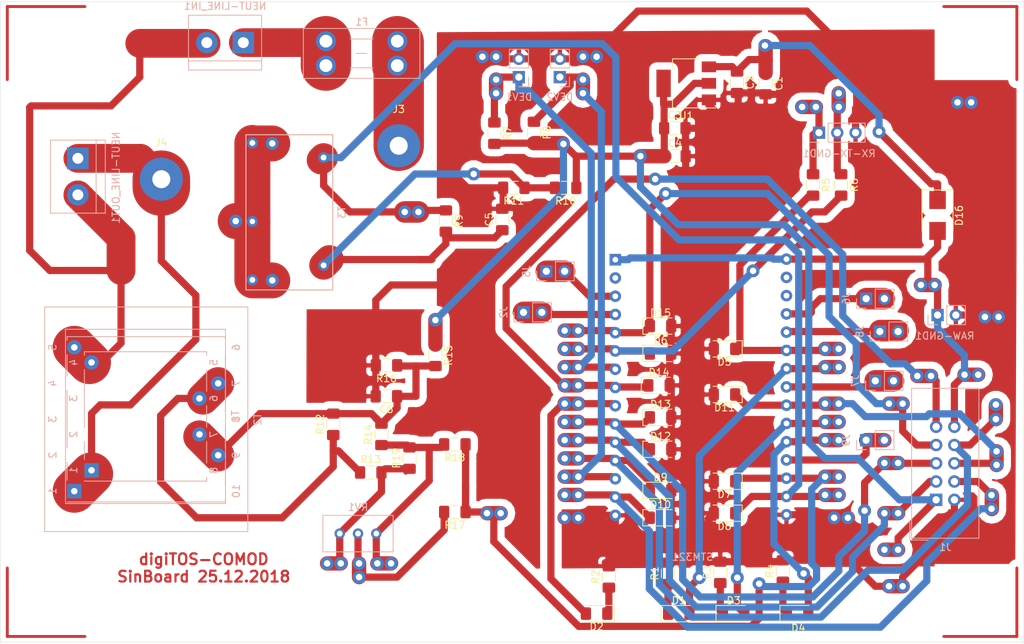
<source format=kicad_pcb>
(kicad_pcb (version 20171130) (host pcbnew "(6.0.0-rc1-dev-1444-gad0d9f8df)")
  (layers (0 F.Cu signal) (31 B.Cu signal) (34 B.Paste user) (35 F.Paste user) (36 B.SilkS user) (37 F.SilkS user) (38 B.Mask user) (39 F.Mask user) (44 Edge.Cuts user))
  (net 0 "")
  (net 1 GND)
  (net 2 NEUT)
  (net 3 AC)
  (net 4 V_Trans_out2)
  (net 5 V_Trans_out1)
  (net 6 +12V)
  (net 7 "Net-(F1-Pad2)")
  (net 8 LINE)
  (net 9 "Net-(D1-Pad1)")
  (net 10 "Net-(D2-Pad1)")
  (net 11 "Net-(D3-Pad1)")
  (net 12 "Net-(D4-Pad1)")
  (net 13 +3V3)
  (net 14 LED1)
  (net 15 LED2)
  (net 16 LED3)
  (net 17 LED4)
  (net 18 RX)
  (net 19 TX)
  (net 20 CH1)
  (net 21 FAULT_FEEDBACK)
  (net 22 CH2)
  (net 23 RST)
  (net 24 CH3)
  (net 25 DC_FEEDBACK)
  (net 26 CH4)
  (net 27 "Net-(R5-Pad1)")
  (net 28 "Net-(R6-Pad1)")
  (net 29 CT_out2)
  (net 30 DEV_MODE1)
  (net 31 DEV_MODE2)
  (net 32 "Net-(C5-Pad1)")
  (net 33 V_OUT)
  (net 34 "Net-(C1-Pad1)")
  (net 35 "Net-(R13-Pad2)")
  (net 36 "Net-(R14-Pad1)")
  (net 37 "Net-(R17-Pad2)")
  (net 38 E2)
  (net 39 E1)
  (net 40 E3)
  (net 41 E5)
  (net 42 E4)
  (net 43 E6)
  (net 44 "Net-(STM321-Pad17)")
  (net 45 "Net-(STM321-Pad2)")
  (net 46 "Net-(STM321-Pad18)")
  (net 47 "Net-(T3-Pad5)")
  (module MountingHole:MountingHole_4.3mm_M4 (layer F.Cu) (at 245.745 125.73)
    (fp_text reference H1 hide)
    (fp_text value MountingHole)
    (pad 1 np_thru_hole circle (at 0 0) (size 4.3 4.3) (drill 4.3) (layers *.Cu *.Mask))
  )
  (module MountingHole:MountingHole_4.3mm_M4 (layer F.Cu) (at 116.205 125.73)
    (fp_text reference H2 hide)
    (fp_text value MountingHole)
    (pad 1 np_thru_hole circle (at 0 0) (size 4.3 4.3) (drill 4.3) (layers *.Cu *.Mask))
  )
  (module MountingHole:MountingHole_4.3mm_M4 (layer F.Cu) (at 244.475 48.895)
    (fp_text reference H3 hide)
    (fp_text value MountingHole)
    (pad 1 np_thru_hole circle (at 0 0) (size 4.3 4.3) (drill 4.3) (layers *.Cu *.Mask))
  )
  (module MountingHole:MountingHole_4.3mm_M4 (layer F.Cu) (at 116.205 48.895)
    (fp_text reference H4 hide)
    (fp_text value MountingHole)
    (pad 1 np_thru_hole circle (at 0 0) (size 4.3 4.3) (drill 4.3) (layers *.Cu *.Mask))
  )
  (module BV_Discon:BV202S09006 (layer B.Cu) (at 122.2 107.7 90)
    (fp_text reference T1 (at 7.5 20 90) (layer B.SilkS) (effects (justify mirror)))
    (fp_text value BV202S09006)
    (fp_text user 1 (at 0 -2.5 90) (layer B.SilkS) (effects (justify mirror)))
    (fp_text user 2 (at 5 -2.5 90) (layer B.SilkS) (effects (justify mirror)))
    (fp_text user 3 (at 10 -2.5 90) (layer B.SilkS) (effects (justify mirror)))
    (fp_text user 4 (at 15 -2.5 90) (layer B.SilkS) (effects (justify mirror)))
    (fp_text user 5 (at 15 17 90) (layer B.SilkS) (effects (justify mirror)))
    (fp_text user 6 (at 10 17 90) (layer B.SilkS) (effects (justify mirror)))
    (fp_text user 7 (at 5 17 90) (layer B.SilkS) (effects (justify mirror)))
    (fp_text user 8 (at 0 17 90) (layer B.SilkS) (effects (justify mirror)))
    (pad 7 thru_hole circle (at 5 15 90) (size 2 2) (drill 0.9) (layers *.Cu *.Mask) (net 5 V_Trans_out1))
    (pad 6 thru_hole circle (at 10 15 90) (size 2 2) (drill 0.9) (layers *.Cu *.Mask) (net 4 V_Trans_out2))
    (pad 4 thru_hole circle (at 15 0 90) (size 2 2) (drill 0.9) (layers *.Cu *.Mask) (net 2 NEUT))
    (pad 1 thru_hole rect (at 0 0 90) (size 2 2) (drill 0.9) (layers *.Cu *.Mask) (net 8 LINE))
  )
  (module BV_Discon:BV302S18020 (layer B.Cu) (at 119.8 110.6 90)
    (fp_text reference T2 (at 10 25.5 90) (layer B.SilkS) (effects (justify mirror)))
    (fp_text value BV302S18020)
    (fp_text user 1 (at 0 -3 90) (layer B.SilkS) (effects (justify mirror)))
    (fp_text user 2 (at 5 -3 90) (layer B.SilkS) (effects (justify mirror)))
    (fp_text user 3 (at 10 -3 90) (layer B.SilkS) (effects (justify mirror)))
    (fp_text user 4 (at 15 -3 90) (layer B.SilkS) (effects (justify mirror)))
    (fp_text user 5 (at 20 -3 90) (layer B.SilkS) (effects (justify mirror)))
    (fp_text user 6 (at 20 22.5 90) (layer B.SilkS) (effects (justify mirror)))
    (fp_text user 7 (at 15 22.5 90) (layer B.SilkS) (effects (justify mirror)))
    (fp_text user 8 (at 10 22.5 90) (layer B.SilkS) (effects (justify mirror)))
    (fp_text user 9 (at 5 22.5 90) (layer B.SilkS) (effects (justify mirror)))
    (fp_text user 10 (at 0 22.5 90) (layer B.SilkS) (effects (justify mirror)))
    (pad 9 thru_hole circle (at 5 20 90) (size 2 2) (drill 0.9) (layers *.Cu *.Mask) (net 5 V_Trans_out1))
    (pad 7 thru_hole circle (at 15 20 90) (size 2 2) (drill 0.9) (layers *.Cu *.Mask) (net 4 V_Trans_out2))
    (pad 5 thru_hole circle (at 20 0 90) (size 2 2) (drill 0.9) (layers *.Cu *.Mask) (net 2 NEUT))
    (pad 1 thru_hole rect (at 0 0 90) (size 2 2) (drill 0.9) (layers *.Cu *.Mask) (net 8 LINE))
  )
  (module Fuse:Fuseholder_Blade_Mini_Keystone_3568 (layer B.Cu) (at 164.7 48 180)
    (fp_text reference F1 (at 4.96 2.67 180) (layer B.SilkS) (effects (justify mirror)))
    (fp_text value Fuse)
    (pad 1 thru_hole circle (at 0 0 180) (size 2.78 2.78) (drill 1.78) (layers *.Cu *.Mask) (net 3 AC))
    (pad 1 thru_hole circle (at 0 -3.4 180) (size 2.78 2.78) (drill 1.78) (layers *.Cu *.Mask) (net 3 AC))
    (pad 2 thru_hole circle (at 9.92 0 180) (size 2.78 2.78) (drill 1.78) (layers *.Cu *.Mask) (net 7 "Net-(F1-Pad2)"))
    (pad 2 thru_hole circle (at 9.92 -3.4 180) (size 2.78 2.78) (drill 1.78) (layers *.Cu *.Mask) (net 7 "Net-(F1-Pad2)"))
  )
  (module TerminalBlock:TerminalBlock_bornier-2_P5.08mm (layer B.Cu) (at 143.3 48.2 180)
    (fp_text reference NEUT-LINE_IN1 (at 2.54 5.08 180) (layer B.SilkS) (effects (justify mirror)))
    (fp_text value Screw_Terminal_01x02)
    (pad 1 thru_hole rect (at 0 0 180) (size 3 3) (drill 1.52) (layers *.Cu *.Mask) (net 7 "Net-(F1-Pad2)"))
    (pad 2 thru_hole circle (at 5.08 0 180) (size 3 3) (drill 1.52) (layers *.Cu *.Mask) (net 2 NEUT))
  )
  (module Connector_Wire:SolderWirePad_1x01_Drill2.5mm (layer F.Cu) (at 164.9 62.55)
    (fp_text reference J3 (at 0 -5.08) (layer F.SilkS))
    (fp_text value Conn_01x01_Female)
    (pad 1 thru_hole circle (at 0 0) (size 5.99948 5.99948) (drill 2.49936) (layers *.Cu *.Mask) (net 3 AC))
  )
  (module Connector_Wire:SolderWirePad_1x01_Drill2.5mm (layer F.Cu) (at 131.9 67.2)
    (fp_text reference J4 (at 0 -5.08) (layer F.SilkS))
    (fp_text value Conn_01x01_Female)
    (pad 1 thru_hole circle (at 0 0) (size 5.99948 5.99948) (drill 2.49936) (layers *.Cu *.Mask) (net 8 LINE))
  )
  (module TerminalBlock:TerminalBlock_bornier-2_P5.08mm (layer B.Cu) (at 120.3 64.3 270)
    (fp_text reference NEUT-LINE_OUT1 (at 2.7 -5.3 270) (layer B.SilkS) (effects (justify mirror)))
    (fp_text value Screw_Terminal_01x02)
    (pad 1 thru_hole rect (at 0 0 270) (size 3 3) (drill 1.52) (layers *.Cu *.Mask) (net 8 LINE))
    (pad 2 thru_hole circle (at 5.08 0 270) (size 3 3) (drill 1.52) (layers *.Cu *.Mask) (net 2 NEUT))
  )
  (module Connector_PinSocket_2.54mm:PinSocket_1x02_P2.54mm_Vertical (layer B.Cu) (at 239.8 86.1 270)
    (fp_text reference RAW-GND1 (at 2.9 -1) (layer B.SilkS) (effects (justify mirror)))
    (fp_text value Conn_01x02_Male)
    (pad 1 thru_hole rect (at 0 0 270) (size 1.7 1.7) (drill 1) (layers *.Cu *.Mask) (net 6 +12V))
    (pad 2 thru_hole oval (at 0 -2.54 270) (size 1.7 1.7) (drill 1) (layers *.Cu *.Mask) (net 1 GND))
  )
  (module Capacitor_SMD:C_1206_3216Metric_Pad1.42x1.75mm_HandSolder (layer F.Cu) (at 215.9 53.9 270)
    (fp_text reference C1 (at 0 -1.82 270) (layer F.SilkS))
    (fp_text value 22uf)
    (pad 2 smd roundrect (at 1.4875 0 270) (size 1.425 1.75) (layers F.Cu F.Paste F.Mask) (roundrect_rratio 0.175439) (net 1 GND))
    (pad 1 smd roundrect (at -1.4875 0 270) (size 1.425 1.75) (layers F.Cu F.Paste F.Mask) (roundrect_rratio 0.175439) (net 34 "Net-(C1-Pad1)"))
  )
  (module Capacitor_SMD:C_1206_3216Metric_Pad1.42x1.75mm_HandSolder (layer F.Cu) (at 211.927 53.7171 270)
    (fp_text reference C2 (at 0 -1.82 270) (layer F.SilkS))
    (fp_text value 0,1uf)
    (pad 1 smd roundrect (at -1.4875 0 270) (size 1.425 1.75) (layers F.Cu F.Paste F.Mask) (roundrect_rratio 0.175439) (net 34 "Net-(C1-Pad1)"))
    (pad 2 smd roundrect (at 1.4875 0 270) (size 1.425 1.75) (layers F.Cu F.Paste F.Mask) (roundrect_rratio 0.175439) (net 1 GND))
  )
  (module Capacitor_SMD:C_1206_3216Metric_Pad1.42x1.75mm_HandSolder (layer F.Cu) (at 203.277 60.1171)
    (fp_text reference C3 (at 0 -1.82) (layer F.SilkS))
    (fp_text value 0,1uf)
    (pad 1 smd roundrect (at -1.4875 0) (size 1.425 1.75) (layers F.Cu F.Paste F.Mask) (roundrect_rratio 0.175439) (net 13 +3V3))
    (pad 2 smd roundrect (at 1.4875 0) (size 1.425 1.75) (layers F.Cu F.Paste F.Mask) (roundrect_rratio 0.175439) (net 1 GND))
  )
  (module Capacitor_SMD:C_1206_3216Metric_Pad1.42x1.75mm_HandSolder (layer F.Cu) (at 203.3 64)
    (fp_text reference C4 (at 0 -1.82) (layer F.SilkS))
    (fp_text value 22uf)
    (pad 2 smd roundrect (at 1.4875 0) (size 1.425 1.75) (layers F.Cu F.Paste F.Mask) (roundrect_rratio 0.175439) (net 1 GND))
    (pad 1 smd roundrect (at -1.4875 0) (size 1.425 1.75) (layers F.Cu F.Paste F.Mask) (roundrect_rratio 0.175439) (net 13 +3V3))
  )
  (module LED_SMD:LED_1206_3216Metric_Pad1.42x1.75mm_HandSolder (layer F.Cu) (at 203.835 127.635)
    (fp_text reference D1 (at 0 -1.82) (layer F.SilkS))
    (fp_text value LED)
    (pad 2 smd roundrect (at 1.4875 0) (size 1.425 1.75) (layers F.Cu F.Paste F.Mask) (roundrect_rratio 0.175439) (net 14 LED1))
    (pad 1 smd roundrect (at -1.4875 0) (size 1.425 1.75) (layers F.Cu F.Paste F.Mask) (roundrect_rratio 0.175439) (net 9 "Net-(D1-Pad1)"))
  )
  (module LED_SMD:LED_1206_3216Metric_Pad1.42x1.75mm_HandSolder (layer F.Cu) (at 192.405 127.635 180)
    (fp_text reference D2 (at 0 -1.82 180) (layer F.SilkS))
    (fp_text value LED)
    (pad 1 smd roundrect (at -1.4875 0 180) (size 1.425 1.75) (layers F.Cu F.Paste F.Mask) (roundrect_rratio 0.175439) (net 10 "Net-(D2-Pad1)"))
    (pad 2 smd roundrect (at 1.4875 0 180) (size 1.425 1.75) (layers F.Cu F.Paste F.Mask) (roundrect_rratio 0.175439) (net 15 LED2))
  )
  (module LED_SMD:LED_1206_3216Metric_Pad1.42x1.75mm_HandSolder (layer F.Cu) (at 211.455 127.635)
    (fp_text reference D3 (at 0 -1.82) (layer F.SilkS))
    (fp_text value LED)
    (pad 2 smd roundrect (at 1.4875 0) (size 1.425 1.75) (layers F.Cu F.Paste F.Mask) (roundrect_rratio 0.175439) (net 16 LED3))
    (pad 1 smd roundrect (at -1.4875 0) (size 1.425 1.75) (layers F.Cu F.Paste F.Mask) (roundrect_rratio 0.175439) (net 11 "Net-(D3-Pad1)"))
  )
  (module LED_SMD:LED_1206_3216Metric_Pad1.42x1.75mm_HandSolder (layer F.Cu) (at 220.345 127.635)
    (fp_text reference D4 (at 0.1 2) (layer F.SilkS))
    (fp_text value LED)
    (pad 1 smd roundrect (at -1.4875 0) (size 1.425 1.75) (layers F.Cu F.Paste F.Mask) (roundrect_rratio 0.175439) (net 12 "Net-(D4-Pad1)"))
    (pad 2 smd roundrect (at 1.4875 0) (size 1.425 1.75) (layers F.Cu F.Paste F.Mask) (roundrect_rratio 0.175439) (net 17 LED4))
  )
  (module Resistor_SMD:R_1206_3216Metric_Pad1.42x1.75mm_HandSolder (layer F.Cu) (at 202.32 122.035 90)
    (fp_text reference R1 (at 0 -1.82 90) (layer F.SilkS))
    (fp_text value "330 Ohm")
    (pad 2 smd roundrect (at 1.4875 0 90) (size 1.425 1.75) (layers F.Cu F.Paste F.Mask) (roundrect_rratio 0.175439) (net 1 GND))
    (pad 1 smd roundrect (at -1.4875 0 90) (size 1.425 1.75) (layers F.Cu F.Paste F.Mask) (roundrect_rratio 0.175439) (net 9 "Net-(D1-Pad1)"))
  )
  (module Resistor_SMD:R_1206_3216Metric_Pad1.42x1.75mm_HandSolder (layer F.Cu) (at 194.11 122.535 90)
    (fp_text reference R2 (at 0 -1.82 90) (layer F.SilkS))
    (fp_text value "330 Ohm")
    (pad 1 smd roundrect (at -1.4875 0 90) (size 1.425 1.75) (layers F.Cu F.Paste F.Mask) (roundrect_rratio 0.175439) (net 10 "Net-(D2-Pad1)"))
    (pad 2 smd roundrect (at 1.4875 0 90) (size 1.425 1.75) (layers F.Cu F.Paste F.Mask) (roundrect_rratio 0.175439) (net 1 GND))
  )
  (module Resistor_SMD:R_1206_3216Metric_Pad1.42x1.75mm_HandSolder (layer F.Cu) (at 209.6 121.9 90)
    (fp_text reference R3 (at 0 -1.82 90) (layer F.SilkS))
    (fp_text value "330 Ohm")
    (pad 2 smd roundrect (at 1.4875 0 90) (size 1.425 1.75) (layers F.Cu F.Paste F.Mask) (roundrect_rratio 0.175439) (net 1 GND))
    (pad 1 smd roundrect (at -1.4875 0 90) (size 1.425 1.75) (layers F.Cu F.Paste F.Mask) (roundrect_rratio 0.175439) (net 11 "Net-(D3-Pad1)"))
  )
  (module Resistor_SMD:R_1206_3216Metric_Pad1.42x1.75mm_HandSolder (layer F.Cu) (at 218.3 121.7 90)
    (fp_text reference R4 (at 0 -1.82 90) (layer F.SilkS))
    (fp_text value "330 Ohm")
    (pad 1 smd roundrect (at -1.4875 0 90) (size 1.425 1.75) (layers F.Cu F.Paste F.Mask) (roundrect_rratio 0.175439) (net 12 "Net-(D4-Pad1)"))
    (pad 2 smd roundrect (at 1.4875 0 90) (size 1.425 1.75) (layers F.Cu F.Paste F.Mask) (roundrect_rratio 0.175439) (net 1 GND))
  )
  (module Package_TO_SOT_SMD:SOT-223-3_TabPin2 (layer F.Cu) (at 204.869 53.8665 180)
    (fp_text reference U1 (at 0 -4.5 180) (layer F.SilkS))
    (fp_text value AMS1117-3.3)
    (pad 2 smd rect (at 3.15 0 180) (size 2 3.8) (layers F.Cu F.Paste F.Mask) (net 13 +3V3))
    (pad 2 smd rect (at -3.15 0 180) (size 2 1.5) (layers F.Cu F.Paste F.Mask) (net 13 +3V3))
    (pad 3 smd rect (at -3.15 2.3 180) (size 2 1.5) (layers F.Cu F.Paste F.Mask) (net 34 "Net-(C1-Pad1)"))
    (pad 1 smd rect (at -3.15 -2.3 180) (size 2 1.5) (layers F.Cu F.Paste F.Mask) (net 1 GND))
  )
  (module Connector_PinSocket_2.54mm:PinSocket_1x03_P2.54mm_Vertical (layer B.Cu) (at 223.32 60.73 270)
    (fp_text reference RX-TX-GND1 (at 2.9 -2.8) (layer B.SilkS) (effects (justify mirror)))
    (fp_text value Conn_01x03_Male)
    (pad 1 thru_hole rect (at 0 0 270) (size 1.7 1.7) (drill 1) (layers *.Cu *.Mask) (net 27 "Net-(R5-Pad1)"))
    (pad 2 thru_hole oval (at 0 -2.54 270) (size 1.7 1.7) (drill 1) (layers *.Cu *.Mask) (net 28 "Net-(R6-Pad1)"))
    (pad 3 thru_hole oval (at 0 -5.08 270) (size 1.7 1.7) (drill 1) (layers *.Cu *.Mask) (net 1 GND))
  )
  (module Diode_SMD:D_1206_3216Metric_Pad1.42x1.75mm_HandSolder (layer F.Cu) (at 210.185 90.805 180)
    (fp_text reference D5 (at 0 -1.82 180) (layer F.SilkS))
    (fp_text value Zener)
    (pad 1 smd roundrect (at -1.4875 0 180) (size 1.425 1.75) (layers F.Cu F.Paste F.Mask) (roundrect_rratio 0.175439) (net 18 RX))
    (pad 2 smd roundrect (at 1.4875 0 180) (size 1.425 1.75) (layers F.Cu F.Paste F.Mask) (roundrect_rratio 0.175439) (net 1 GND))
  )
  (module Diode_SMD:D_1206_3216Metric_Pad1.42x1.75mm_HandSolder (layer F.Cu) (at 201.295 91.44)
    (fp_text reference D6 (at 0 -1.82) (layer F.SilkS))
    (fp_text value Zener)
    (pad 2 smd roundrect (at 1.4875 0) (size 1.425 1.75) (layers F.Cu F.Paste F.Mask) (roundrect_rratio 0.175439) (net 1 GND))
    (pad 1 smd roundrect (at -1.4875 0) (size 1.425 1.75) (layers F.Cu F.Paste F.Mask) (roundrect_rratio 0.175439) (net 19 TX))
  )
  (module Resistor_SMD:R_1206_3216Metric_Pad1.42x1.75mm_HandSolder (layer F.Cu) (at 222.493 67.9967 270)
    (fp_text reference R5 (at 0 -1.82 270) (layer F.SilkS))
    (fp_text value "100 Ohm")
    (pad 2 smd roundrect (at 1.4875 0 270) (size 1.425 1.75) (layers F.Cu F.Paste F.Mask) (roundrect_rratio 0.175439) (net 18 RX))
    (pad 1 smd roundrect (at -1.4875 0 270) (size 1.425 1.75) (layers F.Cu F.Paste F.Mask) (roundrect_rratio 0.175439) (net 27 "Net-(R5-Pad1)"))
  )
  (module Resistor_SMD:R_1206_3216Metric_Pad1.42x1.75mm_HandSolder (layer F.Cu) (at 226.393 67.9967 270)
    (fp_text reference R6 (at 0 -1.82 270) (layer F.SilkS))
    (fp_text value "100 Ohm")
    (pad 1 smd roundrect (at -1.4875 0 270) (size 1.425 1.75) (layers F.Cu F.Paste F.Mask) (roundrect_rratio 0.175439) (net 28 "Net-(R6-Pad1)"))
    (pad 2 smd roundrect (at 1.4875 0 270) (size 1.425 1.75) (layers F.Cu F.Paste F.Mask) (roundrect_rratio 0.175439) (net 19 TX))
  )
  (module Diode_SMD:D_1206_3216Metric_Pad1.42x1.75mm_HandSolder (layer F.Cu) (at 210.185 109.22 180)
    (fp_text reference D7 (at 0 -1.82 180) (layer F.SilkS))
    (fp_text value Zener)
    (pad 1 smd roundrect (at -1.4875 0 180) (size 1.425 1.75) (layers F.Cu F.Paste F.Mask) (roundrect_rratio 0.175439) (net 33 V_OUT))
    (pad 2 smd roundrect (at 1.4875 0 180) (size 1.425 1.75) (layers F.Cu F.Paste F.Mask) (roundrect_rratio 0.175439) (net 1 GND))
  )
  (module Diode_SMD:D_1206_3216Metric_Pad1.42x1.75mm_HandSolder (layer F.Cu) (at 210.185 113.665 180)
    (fp_text reference D8 (at 0 -1.82 180) (layer F.SilkS))
    (fp_text value Zener)
    (pad 2 smd roundrect (at 1.4875 0 180) (size 1.425 1.75) (layers F.Cu F.Paste F.Mask) (roundrect_rratio 0.175439) (net 1 GND))
    (pad 1 smd roundrect (at -1.4875 0 180) (size 1.425 1.75) (layers F.Cu F.Paste F.Mask) (roundrect_rratio 0.175439) (net 29 CT_out2))
  )
  (module Diode_SMD:D_1206_3216Metric_Pad1.42x1.75mm_HandSolder (layer F.Cu) (at 201.295 110.49)
    (fp_text reference D9 (at 0 -1.82) (layer F.SilkS))
    (fp_text value Zener)
    (pad 1 smd roundrect (at -1.4875 0) (size 1.425 1.75) (layers F.Cu F.Paste F.Mask) (roundrect_rratio 0.175439) (net 25 DC_FEEDBACK))
    (pad 2 smd roundrect (at 1.4875 0) (size 1.425 1.75) (layers F.Cu F.Paste F.Mask) (roundrect_rratio 0.175439) (net 1 GND))
  )
  (module Diode_SMD:D_1206_3216Metric_Pad1.42x1.75mm_HandSolder (layer F.Cu) (at 201.295 114.3)
    (fp_text reference D10 (at 0 -1.82) (layer F.SilkS))
    (fp_text value Zener)
    (pad 2 smd roundrect (at 1.4875 0) (size 1.425 1.75) (layers F.Cu F.Paste F.Mask) (roundrect_rratio 0.175439) (net 1 GND))
    (pad 1 smd roundrect (at -1.4875 0) (size 1.425 1.75) (layers F.Cu F.Paste F.Mask) (roundrect_rratio 0.175439) (net 21 FAULT_FEEDBACK))
  )
  (module Diode_SMD:D_1206_3216Metric_Pad1.42x1.75mm_HandSolder (layer F.Cu) (at 210.185 97.155 180)
    (fp_text reference D11 (at 0 -1.82 180) (layer F.SilkS))
    (fp_text value Zener)
    (pad 1 smd roundrect (at -1.4875 0 180) (size 1.425 1.75) (layers F.Cu F.Paste F.Mask) (roundrect_rratio 0.175439) (net 23 RST))
    (pad 2 smd roundrect (at 1.4875 0 180) (size 1.425 1.75) (layers F.Cu F.Paste F.Mask) (roundrect_rratio 0.175439) (net 1 GND))
  )
  (module Diode_SMD:D_1206_3216Metric_Pad1.42x1.75mm_HandSolder (layer F.Cu) (at 201.295 104.775)
    (fp_text reference D12 (at 0 -1.82) (layer F.SilkS))
    (fp_text value Zener)
    (pad 2 smd roundrect (at 1.4875 0) (size 1.425 1.75) (layers F.Cu F.Paste F.Mask) (roundrect_rratio 0.175439) (net 1 GND))
    (pad 1 smd roundrect (at -1.4875 0) (size 1.425 1.75) (layers F.Cu F.Paste F.Mask) (roundrect_rratio 0.175439) (net 20 CH1))
  )
  (module Diode_SMD:D_1206_3216Metric_Pad1.42x1.75mm_HandSolder (layer F.Cu) (at 201.295 100.33)
    (fp_text reference D13 (at 0 -1.82) (layer F.SilkS))
    (fp_text value Zener)
    (pad 1 smd roundrect (at -1.4875 0) (size 1.425 1.75) (layers F.Cu F.Paste F.Mask) (roundrect_rratio 0.175439) (net 22 CH2))
    (pad 2 smd roundrect (at 1.4875 0) (size 1.425 1.75) (layers F.Cu F.Paste F.Mask) (roundrect_rratio 0.175439) (net 1 GND))
  )
  (module Diode_SMD:D_1206_3216Metric_Pad1.42x1.75mm_HandSolder (layer F.Cu) (at 201.078 95.885)
    (fp_text reference D14 (at 0 -1.82) (layer F.SilkS))
    (fp_text value Zener)
    (pad 1 smd roundrect (at -1.4875 0) (size 1.425 1.75) (layers F.Cu F.Paste F.Mask) (roundrect_rratio 0.175439) (net 26 CH4))
    (pad 2 smd roundrect (at 1.4875 0) (size 1.425 1.75) (layers F.Cu F.Paste F.Mask) (roundrect_rratio 0.175439) (net 1 GND))
  )
  (module Diode_SMD:D_1206_3216Metric_Pad1.42x1.75mm_HandSolder (layer F.Cu) (at 201.295 87.63)
    (fp_text reference D15 (at 0 -1.82) (layer F.SilkS))
    (fp_text value Zener)
    (pad 2 smd roundrect (at 1.4875 0) (size 1.425 1.75) (layers F.Cu F.Paste F.Mask) (roundrect_rratio 0.175439) (net 1 GND))
    (pad 1 smd roundrect (at -1.4875 0) (size 1.425 1.75) (layers F.Cu F.Paste F.Mask) (roundrect_rratio 0.175439) (net 24 CH3))
  )
  (module Connector_PinSocket_2.54mm:PinSocket_1x02_P2.54mm_Vertical (layer B.Cu) (at 181.6 53)
    (fp_text reference DEV1 (at 0 2.77) (layer B.SilkS) (effects (justify mirror)))
    (fp_text value Conn_01x02_Male)
    (pad 1 thru_hole rect (at 0 0) (size 1.7 1.7) (drill 1) (layers *.Cu *.Mask) (net 30 DEV_MODE1))
    (pad 2 thru_hole oval (at 0 -2.54) (size 1.7 1.7) (drill 1) (layers *.Cu *.Mask) (net 1 GND))
  )
  (module Connector_PinSocket_2.54mm:PinSocket_1x02_P2.54mm_Vertical (layer B.Cu) (at 187.3 53)
    (fp_text reference DEV2 (at 0 2.77) (layer B.SilkS) (effects (justify mirror)))
    (fp_text value Conn_01x02_Male)
    (pad 2 thru_hole oval (at 0 -2.54) (size 1.7 1.7) (drill 1) (layers *.Cu *.Mask) (net 1 GND))
    (pad 1 thru_hole rect (at 0 0) (size 1.7 1.7) (drill 1) (layers *.Cu *.Mask) (net 31 DEV_MODE2))
  )
  (module Resistor_SMD:R_1206_3216Metric_Pad1.42x1.75mm_HandSolder (layer F.Cu) (at 178.2 60.8 270)
    (fp_text reference R7 (at 0 -1.82 270) (layer F.SilkS))
    (fp_text value 10kOhm)
    (pad 2 smd roundrect (at 1.4875 0 270) (size 1.425 1.75) (layers F.Cu F.Paste F.Mask) (roundrect_rratio 0.175439) (net 13 +3V3))
    (pad 1 smd roundrect (at -1.4875 0 270) (size 1.425 1.75) (layers F.Cu F.Paste F.Mask) (roundrect_rratio 0.175439) (net 30 DEV_MODE1))
  )
  (module Resistor_SMD:R_1206_3216Metric_Pad1.42x1.75mm_HandSolder (layer F.Cu) (at 183.7 60.7 270)
    (fp_text reference R8 (at 0 -1.82 270) (layer F.SilkS))
    (fp_text value 10kOhm)
    (pad 1 smd roundrect (at -1.4875 0 270) (size 1.425 1.75) (layers F.Cu F.Paste F.Mask) (roundrect_rratio 0.175439) (net 31 DEV_MODE2))
    (pad 2 smd roundrect (at 1.4875 0 270) (size 1.425 1.75) (layers F.Cu F.Paste F.Mask) (roundrect_rratio 0.175439) (net 13 +3V3))
  )
  (module Capacitor_SMD:C_1206_3216Metric_Pad1.42x1.75mm_HandSolder (layer F.Cu) (at 179.3 72.8 90)
    (fp_text reference C5 (at 0 -1.82 90) (layer F.SilkS))
    (fp_text value 10uf)
    (pad 1 smd roundrect (at -1.4875 0 90) (size 1.425 1.75) (layers F.Cu F.Paste F.Mask) (roundrect_rratio 0.175439) (net 32 "Net-(C5-Pad1)"))
    (pad 2 smd roundrect (at 1.4875 0 90) (size 1.425 1.75) (layers F.Cu F.Paste F.Mask) (roundrect_rratio 0.175439) (net 1 GND))
  )
  (module Resistor_SMD:R_1206_3216Metric_Pad1.42x1.75mm_HandSolder (layer F.Cu) (at 171.45 73.025 270)
    (fp_text reference R9 (at 0 -1.82 270) (layer F.SilkS))
    (fp_text value "18 Ohm")
    (pad 1 smd roundrect (at -1.4875 0 270) (size 1.425 1.75) (layers F.Cu F.Paste F.Mask) (roundrect_rratio 0.175439) (net 29 CT_out2))
    (pad 2 smd roundrect (at 1.4875 0 270) (size 1.425 1.75) (layers F.Cu F.Paste F.Mask) (roundrect_rratio 0.175439) (net 32 "Net-(C5-Pad1)"))
  )
  (module Resistor_SMD:R_1206_3216Metric_Pad1.42x1.75mm_HandSolder (layer F.Cu) (at 188.1 68.4 180)
    (fp_text reference R10 (at 0 -1.82 180) (layer F.SilkS))
    (fp_text value "10  kOhm")
    (pad 1 smd roundrect (at -1.4875 0 180) (size 1.425 1.75) (layers F.Cu F.Paste F.Mask) (roundrect_rratio 0.175439) (net 13 +3V3))
    (pad 2 smd roundrect (at 1.4875 0 180) (size 1.425 1.75) (layers F.Cu F.Paste F.Mask) (roundrect_rratio 0.175439) (net 32 "Net-(C5-Pad1)"))
  )
  (module Resistor_SMD:R_1206_3216Metric_Pad1.42x1.75mm_HandSolder (layer F.Cu) (at 180.9 68.4 180)
    (fp_text reference R11 (at 0 -1.82 180) (layer F.SilkS))
    (fp_text value "10  kOhm")
    (pad 2 smd roundrect (at 1.4875 0 180) (size 1.425 1.75) (layers F.Cu F.Paste F.Mask) (roundrect_rratio 0.175439) (net 1 GND))
    (pad 1 smd roundrect (at -1.4875 0 180) (size 1.425 1.75) (layers F.Cu F.Paste F.Mask) (roundrect_rratio 0.175439) (net 32 "Net-(C5-Pad1)"))
  )
  (module Capacitor_SMD:C_1206_3216Metric_Pad1.42x1.75mm_HandSolder (layer F.Cu) (at 163.188 97.4 180)
    (fp_text reference C6 (at 0 -1.82 180) (layer F.SilkS))
    (fp_text value 1uf)
    (pad 1 smd roundrect (at -1.4875 0 180) (size 1.425 1.75) (layers F.Cu F.Paste F.Mask) (roundrect_rratio 0.175439) (net 5 V_Trans_out1))
    (pad 2 smd roundrect (at 1.4875 0 180) (size 1.425 1.75) (layers F.Cu F.Paste F.Mask) (roundrect_rratio 0.175439) (net 1 GND))
  )
  (module Resistor_SMD:R_1206_3216Metric_Pad1.42x1.75mm_HandSolder (layer F.Cu) (at 155.8 101.3 90)
    (fp_text reference R12 (at 0 -1.82 90) (layer F.SilkS))
    (fp_text value "2 kOhm")
    (pad 1 smd roundrect (at -1.4875 0 90) (size 1.425 1.75) (layers F.Cu F.Paste F.Mask) (roundrect_rratio 0.175439) (net 4 V_Trans_out2))
    (pad 2 smd roundrect (at 1.4875 0 90) (size 1.425 1.75) (layers F.Cu F.Paste F.Mask) (roundrect_rratio 0.175439) (net 5 V_Trans_out1))
  )
  (module Resistor_SMD:R_1206_3216Metric_Pad1.42x1.75mm_HandSolder (layer F.Cu) (at 161.012 108)
    (fp_text reference R13 (at 0 -1.82) (layer F.SilkS))
    (fp_text value "100  kOhm")
    (pad 2 smd roundrect (at 1.4875 0) (size 1.425 1.75) (layers F.Cu F.Paste F.Mask) (roundrect_rratio 0.175439) (net 35 "Net-(R13-Pad2)"))
    (pad 1 smd roundrect (at -1.4875 0) (size 1.425 1.75) (layers F.Cu F.Paste F.Mask) (roundrect_rratio 0.175439) (net 4 V_Trans_out2))
  )
  (module Resistor_SMD:R_1206_3216Metric_Pad1.42x1.75mm_HandSolder (layer F.Cu) (at 162.5 102.7 90)
    (fp_text reference R14 (at 0 -1.82 90) (layer F.SilkS))
    (fp_text value "10  kOhm")
    (pad 1 smd roundrect (at -1.4875 0 90) (size 1.425 1.75) (layers F.Cu F.Paste F.Mask) (roundrect_rratio 0.175439) (net 36 "Net-(R14-Pad1)"))
    (pad 2 smd roundrect (at 1.4875 0 90) (size 1.425 1.75) (layers F.Cu F.Paste F.Mask) (roundrect_rratio 0.175439) (net 5 V_Trans_out1))
  )
  (module Resistor_SMD:R_1206_3216Metric_Pad1.42x1.75mm_HandSolder (layer F.Cu) (at 170 91.7 270)
    (fp_text reference R15 (at 0 -1.82 270) (layer F.SilkS))
    (fp_text value "470  kOhm")
    (pad 1 smd roundrect (at -1.4875 0 270) (size 1.425 1.75) (layers F.Cu F.Paste F.Mask) (roundrect_rratio 0.175439) (net 13 +3V3))
    (pad 2 smd roundrect (at 1.4875 0 270) (size 1.425 1.75) (layers F.Cu F.Paste F.Mask) (roundrect_rratio 0.175439) (net 5 V_Trans_out1))
  )
  (module Resistor_SMD:R_1206_3216Metric_Pad1.42x1.75mm_HandSolder (layer F.Cu) (at 163.2 93.1 180)
    (fp_text reference R16 (at 0 -1.82 180) (layer F.SilkS))
    (fp_text value "470  kOhm")
    (pad 2 smd roundrect (at 1.4875 0 180) (size 1.425 1.75) (layers F.Cu F.Paste F.Mask) (roundrect_rratio 0.175439) (net 1 GND))
    (pad 1 smd roundrect (at -1.4875 0 180) (size 1.425 1.75) (layers F.Cu F.Paste F.Mask) (roundrect_rratio 0.175439) (net 5 V_Trans_out1))
  )
  (module Diode_SMD:D_SMB (layer F.Cu) (at 239.8 72.25 270)
    (fp_text reference D16 (at 0 -3 270) (layer F.SilkS))
    (fp_text value Schottky)
    (pad 1 smd rect (at -2.15 0 270) (size 2.5 2.3) (layers F.Cu F.Paste F.Mask) (net 34 "Net-(C1-Pad1)"))
    (pad 2 smd rect (at 2.15 0 270) (size 2.5 2.3) (layers F.Cu F.Paste F.Mask) (net 6 +12V))
  )
  (module Resistor_SMD:R_1206_3216Metric_Pad1.42x1.75mm_HandSolder (layer F.Cu) (at 172.7 113.5 180)
    (fp_text reference R17 (at 0 -1.82 180) (layer F.SilkS))
    (fp_text value R0)
    (pad 1 smd roundrect (at -1.4875 0 180) (size 1.425 1.75) (layers F.Cu F.Paste F.Mask) (roundrect_rratio 0.175439) (net 33 V_OUT))
    (pad 2 smd roundrect (at 1.4875 0 180) (size 1.425 1.75) (layers F.Cu F.Paste F.Mask) (roundrect_rratio 0.175439) (net 37 "Net-(R17-Pad2)"))
  )
  (module Resistor_SMD:R_1206_3216Metric_Pad1.42x1.75mm_HandSolder (layer F.Cu) (at 172.7 104.1 180)
    (fp_text reference R18 (at 0 -1.82 180) (layer F.SilkS))
    (fp_text value R0)
    (pad 2 smd roundrect (at 1.4875 0 180) (size 1.425 1.75) (layers F.Cu F.Paste F.Mask) (roundrect_rratio 0.175439) (net 36 "Net-(R14-Pad1)"))
    (pad 1 smd roundrect (at -1.4875 0 180) (size 1.425 1.75) (layers F.Cu F.Paste F.Mask) (roundrect_rratio 0.175439) (net 33 V_OUT))
  )
  (module Resistor_SMD:R_1206_3216Metric_Pad1.42x1.75mm_HandSolder (layer F.Cu) (at 166.4 106 90)
    (fp_text reference R19 (at 0 -1.82 90) (layer F.SilkS))
    (fp_text value R0)
    (pad 1 smd roundrect (at -1.4875 0 90) (size 1.425 1.75) (layers F.Cu F.Paste F.Mask) (roundrect_rratio 0.175439) (net 35 "Net-(R13-Pad2)"))
    (pad 2 smd roundrect (at 1.4875 0 90) (size 1.425 1.75) (layers F.Cu F.Paste F.Mask) (roundrect_rratio 0.175439) (net 36 "Net-(R14-Pad1)"))
  )
  (module Potentiometer_THT:Potentiometer_Bourns_3296W_Vertical (layer B.Cu) (at 156.7 116.5 180)
    (fp_text reference RV1 (at -2.54 3.66 180) (layer B.SilkS) (effects (justify mirror)))
    (fp_text value "47 kOhm")
    (pad 1 thru_hole circle (at 0 0 180) (size 1.44 1.44) (drill 0.8) (layers *.Cu *.Mask) (net 35 "Net-(R13-Pad2)"))
    (pad 2 thru_hole circle (at -2.54 0 180) (size 1.44 1.44) (drill 0.8) (layers *.Cu *.Mask) (net 37 "Net-(R17-Pad2)"))
    (pad 3 thru_hole circle (at -5.08 0 180) (size 1.44 1.44) (drill 0.8) (layers *.Cu *.Mask) (net 36 "Net-(R14-Pad1)"))
  )
  (module Connector_IDC:IDC-Header_2x05_P2.54mm_Vertical (layer B.Cu) (at 239.6 111.8)
    (fp_text reference J1 (at 1.27 6.604) (layer B.SilkS) (effects (justify mirror)))
    (fp_text value Conn_01x10_Female)
    (pad 1 thru_hole rect (at 0 0) (size 1.7272 1.7272) (drill 1.016) (layers *.Cu *.Mask) (net 13 +3V3))
    (pad 2 thru_hole oval (at 2.54 0) (size 1.7272 1.7272) (drill 1.016) (layers *.Cu *.Mask) (net 1 GND))
    (pad 3 thru_hole oval (at 0 -2.54) (size 1.7272 1.7272) (drill 1.016) (layers *.Cu *.Mask) (net 20 CH1))
    (pad 4 thru_hole oval (at 2.54 -2.54) (size 1.7272 1.7272) (drill 1.016) (layers *.Cu *.Mask) (net 21 FAULT_FEEDBACK))
    (pad 5 thru_hole oval (at 0 -5.08) (size 1.7272 1.7272) (drill 1.016) (layers *.Cu *.Mask) (net 22 CH2))
    (pad 6 thru_hole oval (at 2.54 -5.08) (size 1.7272 1.7272) (drill 1.016) (layers *.Cu *.Mask) (net 23 RST))
    (pad 7 thru_hole oval (at 0 -7.62) (size 1.7272 1.7272) (drill 1.016) (layers *.Cu *.Mask) (net 24 CH3))
    (pad 8 thru_hole oval (at 2.54 -7.62) (size 1.7272 1.7272) (drill 1.016) (layers *.Cu *.Mask) (net 25 DC_FEEDBACK))
    (pad 9 thru_hole oval (at 0 -10.16) (size 1.7272 1.7272) (drill 1.016) (layers *.Cu *.Mask) (net 26 CH4))
    (pad 10 thru_hole oval (at 2.54 -10.16) (size 1.7272 1.7272) (drill 1.016) (layers *.Cu *.Mask) (net 6 +12V))
  )
  (module ZMCT116A:ZMCT116A (layer B.Cu) (at 150.65 68 90)
    (fp_text reference T3 (at -3.81 6.35 90) (layer B.SilkS) (effects (justify mirror)))
    (fp_text value ZMCT116A)
    (pad 5 thru_hole circle (at -5.08 -6.096 90) (size 1.524 1.524) (drill 0.762) (layers *.Cu *.Mask) (net 47 "Net-(T3-Pad5)"))
    (pad 1 thru_hole circle (at -11.176 3.81) (size 1.52 1.52) (drill 0.81) (layers *.Cu *.Mask) (net 32 "Net-(C5-Pad1)"))
    (pad 2 thru_hole circle (at 3.81 3.81) (size 1.52 1.52) (drill 0.81) (layers *.Cu *.Mask) (net 29 CT_out2))
    (pad 4 thru_hole circle (at -13.208 -6.096) (size 1.52 1.52) (drill 0.81) (layers *.Cu *.Mask) (net 47 "Net-(T3-Pad5)"))
    (pad 3 thru_hole circle (at 5.842 -6.096) (size 1.52 1.52) (drill 0.81) (layers *.Cu *.Mask) (net 47 "Net-(T3-Pad5)"))
  )
  (module STM32F030K6T6_BoardA:STM32F030K6T6_BoardA (layer B.Cu) (at 205.74 96.52 270)
    (fp_text reference STM321 (at 23.241 0 180) (layer B.SilkS) (effects (justify mirror)))
    (fp_text value STM32F030K6T6_BoardA)
    (pad 1 thru_hole rect (at -18.118595 10.734552 180) (size 1.6 1.6) (drill 0.8) (layers *.Cu *.Mask) (net 6 +12V))
    (pad 17 thru_hole oval (at -15.659885 -13.057316) (size 1.6 1.6) (drill 0.8) (layers *.Cu *.Mask) (net 44 "Net-(STM321-Pad17)"))
    (pad 2 thru_hole oval (at -15.578595 10.734552 180) (size 1.6 1.6) (drill 0.8) (layers *.Cu *.Mask) (net 45 "Net-(STM321-Pad2)"))
    (pad 18 thru_hole oval (at -13.119885 -13.057316) (size 1.6 1.6) (drill 0.8) (layers *.Cu *.Mask) (net 46 "Net-(STM321-Pad18)"))
    (pad 3 thru_hole oval (at -13.038595 10.734552 180) (size 1.6 1.6) (drill 0.8) (layers *.Cu *.Mask) (net 39 E1))
    (pad 19 thru_hole oval (at -10.579885 -13.057316) (size 1.6 1.6) (drill 0.8) (layers *.Cu *.Mask) (net 40 E3))
    (pad 4 thru_hole oval (at -10.498595 10.734552 180) (size 1.6 1.6) (drill 0.8) (layers *.Cu *.Mask) (net 38 E2))
    (pad 20 thru_hole oval (at -8.039885 -13.057316) (size 1.6 1.6) (drill 0.8) (layers *.Cu *.Mask) (net 42 E4))
    (pad 5 thru_hole oval (at -7.958595 10.734552 180) (size 1.6 1.6) (drill 0.8) (layers *.Cu *.Mask) (net 24 CH3))
    (pad 21 thru_hole oval (at -5.499885 -13.057316) (size 1.6 1.6) (drill 0.8) (layers *.Cu *.Mask) (net 18 RX))
    (pad 6 thru_hole oval (at -5.418595 10.734552 180) (size 1.6 1.6) (drill 0.8) (layers *.Cu *.Mask) (net 19 TX))
    (pad 22 thru_hole oval (at -2.959885 -13.057316) (size 1.6 1.6) (drill 0.8) (layers *.Cu *.Mask) (net 14 LED1))
    (pad 7 thru_hole oval (at -2.878595 10.734552 180) (size 1.6 1.6) (drill 0.8) (layers *.Cu *.Mask) (net 30 DEV_MODE1))
    (pad 23 thru_hole oval (at -0.419885 -13.057316) (size 1.6 1.6) (drill 0.8) (layers *.Cu *.Mask) (net 41 E5))
    (pad 8 thru_hole oval (at -0.338595 10.734552 180) (size 1.6 1.6) (drill 0.8) (layers *.Cu *.Mask) (net 26 CH4))
    (pad 24 thru_hole oval (at 2.120115 -13.057316) (size 1.6 1.6) (drill 0.8) (layers *.Cu *.Mask) (net 23 RST))
    (pad 9 thru_hole oval (at 2.201405 10.734552 180) (size 1.6 1.6) (drill 0.8) (layers *.Cu *.Mask) (net 15 LED2))
    (pad 25 thru_hole oval (at 4.660115 -13.057316) (size 1.6 1.6) (drill 0.8) (layers *.Cu *.Mask) (net 16 LED3))
    (pad 10 thru_hole oval (at 4.741405 10.734552 180) (size 1.6 1.6) (drill 0.8) (layers *.Cu *.Mask) (net 22 CH2))
    (pad 26 thru_hole oval (at 7.200115 -13.057316) (size 1.6 1.6) (drill 0.8) (layers *.Cu *.Mask) (net 17 LED4))
    (pad 11 thru_hole oval (at 7.281405 10.734552 180) (size 1.6 1.6) (drill 0.8) (layers *.Cu *.Mask) (net 20 CH1))
    (pad 27 thru_hole oval (at 9.740115 -13.057316) (size 1.6 1.6) (drill 0.8) (layers *.Cu *.Mask) (net 43 E6))
    (pad 12 thru_hole oval (at 9.821405 10.734552 180) (size 1.6 1.6) (drill 0.8) (layers *.Cu *.Mask) (net 25 DC_FEEDBACK))
    (pad 28 thru_hole oval (at 12.280115 -13.057316) (size 1.6 1.6) (drill 0.8) (layers *.Cu *.Mask) (net 33 V_OUT))
    (pad 13 thru_hole oval (at 12.361405 10.734552 180) (size 1.6 1.6) (drill 0.8) (layers *.Cu *.Mask) (net 31 DEV_MODE2))
    (pad 29 thru_hole oval (at 14.820115 -13.057316) (size 1.6 1.6) (drill 0.8) (layers *.Cu *.Mask) (net 29 CT_out2))
    (pad 14 thru_hole oval (at 14.901405 10.734552 180) (size 1.6 1.6) (drill 0.8) (layers *.Cu *.Mask) (net 21 FAULT_FEEDBACK))
    (pad 30 thru_hole oval (at 17.360115 -13.057316) (size 1.6 1.6) (drill 0.8) (layers *.Cu *.Mask) (net 1 GND))
    (pad 15 thru_hole oval (at 17.441405 10.734552 180) (size 1.6 1.6) (drill 0.8) (layers *.Cu *.Mask) (net 1 GND))
    (pad 16 thru_hole oval (at -18.199885 -13.057316) (size 1.6 1.6) (drill 0.8) (layers *.Cu *.Mask) (net 6 +12V))
  )
  (module Connector_PinSocket_2.54mm:PinSocket_1x02_P2.54mm_Vertical (layer B.Cu) (at 182.245 85.725 270)
    (fp_text reference J2 (at 0 2.77 270) (layer B.SilkS) (effects (justify mirror)))
    (fp_text value Conn_01x02_Female)
    (pad 2 thru_hole oval (at 0 -2.54 270) (size 1.7 1.7) (drill 1) (layers *.Cu *.Mask) (net 38 E2))
    (pad 1 thru_hole rect (at 0 0 270) (size 1.7 1.7) (drill 1) (layers *.Cu *.Mask) (net 38 E2))
  )
  (module Connector_PinSocket_2.54mm:PinSocket_1x02_P2.54mm_Vertical (layer B.Cu) (at 185.42 80.01 270)
    (fp_text reference J5 (at 0 2.77 270) (layer B.SilkS) (effects (justify mirror)))
    (fp_text value Conn_01x02_Female)
    (pad 1 thru_hole rect (at 0 0 270) (size 1.7 1.7) (drill 1) (layers *.Cu *.Mask) (net 39 E1))
    (pad 2 thru_hole oval (at 0 -2.54 270) (size 1.7 1.7) (drill 1) (layers *.Cu *.Mask) (net 39 E1))
  )
  (module Connector_PinSocket_2.54mm:PinSocket_1x02_P2.54mm_Vertical (layer B.Cu) (at 229.87 83.82 270)
    (fp_text reference J6 (at 0 2.77 270) (layer B.SilkS) (effects (justify mirror)))
    (fp_text value Conn_01x02_Female)
    (pad 2 thru_hole oval (at 0 -2.54 270) (size 1.7 1.7) (drill 1) (layers *.Cu *.Mask) (net 40 E3))
    (pad 1 thru_hole rect (at 0 0 270) (size 1.7 1.7) (drill 1) (layers *.Cu *.Mask) (net 40 E3))
  )
  (module Connector_PinSocket_2.54mm:PinSocket_1x02_P2.54mm_Vertical (layer B.Cu) (at 231.14 95.25 270)
    (fp_text reference J7 (at 0 2.77 270) (layer B.SilkS) (effects (justify mirror)))
    (fp_text value Conn_01x02_Female)
    (pad 1 thru_hole rect (at 0 0 270) (size 1.7 1.7) (drill 1) (layers *.Cu *.Mask) (net 41 E5))
    (pad 2 thru_hole oval (at 0 -2.54 270) (size 1.7 1.7) (drill 1) (layers *.Cu *.Mask) (net 41 E5))
  )
  (module Connector_PinSocket_2.54mm:PinSocket_1x02_P2.54mm_Vertical (layer B.Cu) (at 231.775 88.392 270)
    (fp_text reference J8 (at 0 2.77 270) (layer B.SilkS) (effects (justify mirror)))
    (fp_text value Conn_01x02_Female)
    (pad 1 thru_hole rect (at 0 0 270) (size 1.7 1.7) (drill 1) (layers *.Cu *.Mask) (net 42 E4))
    (pad 2 thru_hole oval (at 0 -2.54 270) (size 1.7 1.7) (drill 1) (layers *.Cu *.Mask) (net 42 E4))
  )
  (module Connector_PinSocket_2.54mm:PinSocket_1x02_P2.54mm_Vertical (layer B.Cu) (at 229.87 103.505 270)
    (fp_text reference J9 (at 0 2.77 270) (layer B.SilkS) (effects (justify mirror)))
    (fp_text value Conn_01x02_Female)
    (pad 2 thru_hole oval (at 0 -2.54 270) (size 1.7 1.7) (drill 1) (layers *.Cu *.Mask) (net 43 E6))
    (pad 1 thru_hole rect (at 0 0 270) (size 1.7 1.7) (drill 1) (layers *.Cu *.Mask) (net 43 E6))
  )
  (gr_line (start 250.825 43.18) (end 249.555 43.18) (layer F.Cu) (width 0.4))
  (gr_line (start 249.555 43.18) (end 240.665 43.18) (layer F.Cu) (width 0.4))
  (gr_line (start 250.825 43.18) (end 250.825 53.34) (layer F.Cu) (width 0.4))
  (gr_line (start 250.825 130.81) (end 240.665 130.81) (layer F.Cu) (width 0.4))
  (gr_line (start 250.825 130.81) (end 250.825 121.285) (layer F.Cu) (width 0.4))
  (gr_line (start 110.49 53.34) (end 110.49 52.07) (layer F.Cu) (width 0.4))
  (gr_line (start 110.49 52.07) (end 110.49 43.18) (layer F.Cu) (width 0.4))
  (gr_line (start 110.49 43.18) (end 121.285 43.18) (layer F.Cu) (width 0.4))
  (gr_line (start 110.49 124.46) (end 110.49 121.285) (layer F.Cu) (width 0.4))
  (gr_line (start 110.49 130.81) (end 121.285 130.81) (layer F.Cu) (width 0.4))
  (gr_line (start 110.49 124.46) (end 110.49 130.81) (layer F.Cu) (width 0.4))
  (gr_text "digiTOS-COMOD\nSinBoard 25.12.2018" (at 137.795 121.285) (layer F.Cu) (effects (font (size 1.5 1.5) (thickness 0.3))))
  (gr_line (start 109.5 42.5) (end 251.8 42.5) (layer Edge.Cuts) (width 0.05))
  (gr_line (start 251.8 131.6) (end 251.8 42.5) (layer Edge.Cuts) (width 0.05))
  (gr_line (start 109.5 131.6) (end 251.8 131.6) (layer Edge.Cuts) (width 0.05))
  (gr_line (start 109.5 42.5) (end 109.5 131.6) (layer Edge.Cuts) (width 0.05))
  (segment (start 187.5 50.46) (end 190.205 50.46) (width 1) (layer F.Cu) (net 1))
  (segment (start 190.205 50.46) (end 190.5 50.165) (width 1) (layer F.Cu) (net 1))
  (segment (start 187.3 50.46) (end 187.5 50.46) (width 1) (layer F.Cu) (net 1))
  (segment (start 187.3 50.46) (end 187.5 50.46) (width 1) (layer F.Cu) (net 1))
  (segment (start 181.6 50.46) (end 187.3 50.46) (width 1) (layer F.Cu) (net 1))
  (segment (start 193.892 120.83) (end 194.11 121.048) (width 1) (layer F.Cu) (net 1))
  (segment (start 193.61 120.548) (end 193.892 120.83) (width 1) (layer F.Cu) (net 1))
  (segment (start 234.315 56.515) (end 229.235 51.435) (width 1) (layer F.Cu) (net 1))
  (segment (start 208.019 56.1665) (end 208.019 56.8886) (width 1) (layer F.Cu) (net 1))
  (segment (start 208.019 56.8886) (end 209.55 58.42) (width 1) (layer F.Cu) (net 1))
  (segment (start 204.764 60.1171) (end 204.7645 60.1171) (width 1) (layer F.Cu) (net 1))
  (segment (start 227.965 120.65) (end 227.527 120.212) (width 1) (layer F.Cu) (net 1))
  (segment (start 233.045 123.825) (end 231.14 123.825) (width 1) (layer F.Cu) (net 1))
  (segment (start 231.14 123.825) (end 227.965 120.65) (width 1) (layer F.Cu) (net 1))
  (segment (start 227.527 120.212) (end 225.425 118.11) (width 1) (layer F.Cu) (net 1))
  (segment (start 225.425 118.11) (end 225.425 114.3) (width 1) (layer F.Cu) (net 1))
  (segment (start 218.3 120.212) (end 227.527 120.212) (width 1) (layer F.Cu) (net 1))
  (segment (start 195.58 120.548) (end 194.61 120.548) (width 1) (layer F.Cu) (net 1))
  (segment (start 194.61 120.548) (end 194.11 121.048) (width 1) (layer F.Cu) (net 1))
  (segment (start 202.32 120.548) (end 195.58 120.548) (width 1) (layer F.Cu) (net 1))
  (segment (start 194.11 121.048) (end 194.11 121.0475) (width 1) (layer F.Cu) (net 1))
  (segment (start 202.782 76.708) (end 202.782 79.375) (width 1) (layer F.Cu) (net 1))
  (segment (start 202.782 76.2) (end 202.782 76.708) (width 1) (layer F.Cu) (net 1))
  (segment (start 202.782 76.708) (end 202.782 76.2) (width 1) (layer F.Cu) (net 1))
  (segment (start 202.782 79.375) (end 202.782 91.44) (width 1) (layer F.Cu) (net 1))
  (segment (start 202.782 91.44) (end 202.565 91.6575) (width 1) (layer F.Cu) (net 1))
  (segment (start 202.565 91.6575) (end 202.565 95.885) (width 1) (layer F.Cu) (net 1))
  (segment (start 202.565 95.885) (end 202.782 96.1025) (width 1) (layer F.Cu) (net 1))
  (segment (start 202.782 96.1025) (end 202.782 119.995) (width 1) (layer F.Cu) (net 1))
  (segment (start 202.782 119.995) (end 203.2 120.412) (width 1) (layer F.Cu) (net 1))
  (segment (start 203.2 120.412) (end 202.455 120.412) (width 1) (layer F.Cu) (net 1))
  (segment (start 202.455 120.412) (end 202.32 120.548) (width 1) (layer F.Cu) (net 1))
  (segment (start 207.645 120.412) (end 203.2 120.412) (width 1) (layer F.Cu) (net 1))
  (segment (start 241.3 56.515) (end 234.315 56.515) (width 1) (layer F.Cu) (net 1))
  (segment (start 242.57 56.515) (end 241.3 56.515) (width 1) (layer F.Cu) (net 1))
  (segment (start 234.315 56.515) (end 241.3 56.515) (width 1) (layer F.Cu) (net 1))
  (segment (start 228.4 60.73) (end 228.4 57.35) (width 1) (layer F.Cu) (net 1))
  (segment (start 228.4 57.35) (end 232.845 57.35) (width 1) (layer F.Cu) (net 1))
  (segment (start 232.845 57.35) (end 233.68 56.515) (width 1) (layer F.Cu) (net 1))
  (segment (start 233.68 56.515) (end 234.315 56.515) (width 1) (layer F.Cu) (net 1))
  (segment (start 207.645 120.412) (end 207.926 120.131) (width 1) (layer F.Cu) (net 1))
  (segment (start 207.926 120.131) (end 207.926 114.436) (width 1) (layer F.Cu) (net 1))
  (segment (start 207.926 114.436) (end 208.698 113.665) (width 1) (layer F.Cu) (net 1))
  (segment (start 208.698 113.665) (end 208.698 85.29) (width 1) (layer F.Cu) (net 1))
  (segment (start 208.698 85.29) (end 202.782 79.375) (width 1) (layer F.Cu) (net 1))
  (segment (start 209.6 120.412) (end 207.645 120.412) (width 1) (layer F.Cu) (net 1))
  (segment (start 194.11 121.0475) (end 194.11 114.857) (width 1) (layer F.Cu) (net 1))
  (segment (start 194.11 114.857) (end 195.005 113.961) (width 1) (layer F.Cu) (net 1))
  (segment (start 195.005 113.961) (end 195.005 119.973) (width 1) (layer F.Cu) (net 1))
  (segment (start 195.005 119.973) (end 195.58 120.548) (width 1) (layer F.Cu) (net 1))
  (segment (start 195.005 113.961) (end 190.204 113.961) (width 1) (layer F.Cu) (net 1))
  (segment (start 190.204 113.961) (end 189.865 114.3) (width 1) (layer F.Cu) (net 1))
  (segment (start 202.782 120.085) (end 202.32 120.548) (width 1) (layer F.Cu) (net 1))
  (segment (start 218.797 113.88) (end 225.005 113.88) (width 1) (layer F.Cu) (net 1))
  (segment (start 225.005 113.88) (end 225.425 114.3) (width 1) (layer F.Cu) (net 1))
  (segment (start 248.285 86.36) (end 248.285 60.325) (width 1) (layer F.Cu) (net 1))
  (segment (start 248.285 60.325) (end 244.475 56.515) (width 1) (layer F.Cu) (net 1))
  (segment (start 234.95 123.825) (end 234.95 122.555) (width 1) (layer F.Cu) (net 1))
  (segment (start 234.95 122.555) (end 242.14 115.365) (width 1) (layer F.Cu) (net 1))
  (segment (start 242.14 115.365) (end 242.14 111.8) (width 1) (layer F.Cu) (net 1))
  (segment (start 176.53 50.165) (end 172.085 50.165) (width 1) (layer F.Cu) (net 1))
  (segment (start 172.085 50.165) (end 172.085 66.04) (width 1) (layer F.Cu) (net 1))
  (segment (start 172.085 66.04) (end 174.445 68.4) (width 1) (layer F.Cu) (net 1))
  (segment (start 174.445 68.4) (end 179.412 68.4) (width 1) (layer F.Cu) (net 1))
  (segment (start 179.412 68.4) (end 179.412 71.2) (width 1) (layer F.Cu) (net 1))
  (segment (start 202.782 76.2) (end 202.782 71.5375) (width 1) (layer F.Cu) (net 1))
  (segment (start 202.782 71.5375) (end 204.788 69.5325) (width 1) (layer F.Cu) (net 1))
  (segment (start 204.788 69.5325) (end 204.788 64) (width 1) (layer F.Cu) (net 1))
  (segment (start 204.7645 60.1171) (end 207.853 60.1171) (width 1) (layer F.Cu) (net 1))
  (segment (start 207.853 60.1171) (end 209.55 58.42) (width 1) (layer F.Cu) (net 1))
  (segment (start 209.55 58.42) (end 212.09 58.42) (width 1) (layer F.Cu) (net 1))
  (segment (start 212.09 58.42) (end 212.09 55.3679) (width 1) (layer F.Cu) (net 1))
  (segment (start 212.09 55.3679) (end 211.927 55.2046) (width 1) (layer F.Cu) (net 1))
  (segment (start 192.405 50.165) (end 192.405 49.53) (width 1) (layer F.Cu) (net 1))
  (segment (start 192.405 49.53) (end 198.12 43.815) (width 1) (layer F.Cu) (net 1))
  (segment (start 198.12 43.815) (end 221.615 43.815) (width 1) (layer F.Cu) (net 1))
  (segment (start 221.615 43.815) (end 229.235 51.435) (width 1) (layer F.Cu) (net 1))
  (segment (start 229.235 51.435) (end 220.345 51.435) (width 1) (layer F.Cu) (net 1))
  (segment (start 220.345 51.435) (end 219.71 52.07) (width 1) (layer F.Cu) (net 1))
  (segment (start 219.71 52.07) (end 219.71 53.34) (width 1) (layer F.Cu) (net 1))
  (segment (start 219.71 53.34) (end 217.662 55.3875) (width 1) (layer F.Cu) (net 1))
  (segment (start 217.662 55.3875) (end 215.9 55.3875) (width 1) (layer F.Cu) (net 1))
  (segment (start 193.892 120.83) (end 194.11 121.048) (width 1) (layer F.Cu) (net 1))
  (segment (start 209.6 120.412) (end 218.1 120.412) (width 1) (layer F.Cu) (net 1))
  (segment (start 218.1 120.412) (end 218.3 120.212) (width 1) (layer F.Cu) (net 1))
  (segment (start 194.7 114.267) (end 195.005 113.961) (width 1) (layer F.Cu) (net 1))
  (segment (start 227.527 120.212) (end 227.528 120.212) (width 1) (layer F.Cu) (net 1))
  (segment (start 227.528 120.212) (end 227.965 120.65) (width 1) (layer F.Cu) (net 1))
  (segment (start 161.712 97.3875) (end 161.712 84.0325) (width 1) (layer F.Cu) (net 1))
  (segment (start 161.712 84.0325) (end 163.83 81.915) (width 1) (layer F.Cu) (net 1))
  (segment (start 163.83 81.915) (end 177.165 81.915) (width 1) (layer F.Cu) (net 1))
  (segment (start 177.165 81.915) (end 182.88 76.2) (width 1) (layer F.Cu) (net 1))
  (segment (start 182.88 76.2) (end 182.88 71.12) (width 1) (layer F.Cu) (net 1))
  (segment (start 182.88 71.12) (end 179.492 71.12) (width 1) (layer F.Cu) (net 1))
  (segment (start 179.492 71.12) (end 179.3 71.3125) (width 1) (layer F.Cu) (net 1))
  (segment (start 225.425 114.3) (end 227.33 114.3) (width 2) (layer F.Cu) (net 1))
  (segment (start 233.045 123.825) (end 234.95 123.825) (width 2) (layer F.Cu) (net 1))
  (segment (start 190.5 50.165) (end 192.405 50.165) (width 2) (layer F.Cu) (net 1))
  (segment (start 178.435 50.165) (end 176.53 50.165) (width 2) (layer F.Cu) (net 1))
  (segment (start 181.6 50.46) (end 178.73 50.46) (width 1) (layer F.Cu) (net 1))
  (segment (start 178.73 50.46) (end 178.435 50.165) (width 1) (layer F.Cu) (net 1))
  (segment (start 242.57 56.515) (end 244.475 56.515) (width 2) (layer F.Cu) (net 1))
  (segment (start 242.37 56.715) (end 242.57 56.515) (width 1) (layer F.Cu) (net 1))
  (segment (start 242.34 86.1) (end 246.12 86.1) (width 1) (layer F.Cu) (net 1))
  (segment (start 246.12 86.1) (end 246.38 86.36) (width 1) (layer F.Cu) (net 1))
  (segment (start 246.38 86.36) (end 248.285 86.36) (width 2) (layer F.Cu) (net 1))
  (segment (start 246.15 86.59) (end 246.38 86.36) (width 1) (layer F.Cu) (net 1))
  (segment (start 209.512 120.325) (end 209.6 120.412) (width 0.6) (layer F.Cu) (net 1))
  (segment (start 218.435 120.078) (end 218.3 120.212) (width 0.6) (layer F.Cu) (net 1))
  (segment (start 202.263 120.49) (end 202.32 120.548) (width 0.6) (layer F.Cu) (net 1))
  (segment (start 204.764 60.1171) (end 204.764 63.9766) (width 1) (layer F.Cu) (net 1))
  (segment (start 204.764 63.9766) (end 204.788 64) (width 0.6) (layer F.Cu) (net 1))
  (segment (start 211.927 55.2046) (end 215.717 55.2046) (width 1) (layer F.Cu) (net 1))
  (segment (start 215.717 55.2046) (end 215.9 55.3875) (width 0.6) (layer F.Cu) (net 1))
  (segment (start 179.412 71.2) (end 179.3 71.3125) (width 0.6) (layer F.Cu) (net 1))
  (segment (start 161.712 97.3875) (end 161.7 97.4) (width 0.6) (layer F.Cu) (net 1))
  (segment (start 208.516 56.664) (end 208.019 56.1665) (width 0.25) (layer F.Cu) (net 1))
  (segment (start 204.855 60.026) (end 204.764 60.1171) (width 0.25) (layer F.Cu) (net 1))
  (segment (start 187.96 114.3) (end 189.865 114.3) (width 2) (layer F.Cu) (net 1))
  (via (at 246.38 86.36) (size 1.8) (layers F.Cu B.Cu) (net 1))
  (via (at 248.285 86.36) (size 1.8) (layers F.Cu B.Cu) (net 1))
  (via (at 244.475 56.515) (size 1.8) (layers F.Cu B.Cu) (net 1))
  (via (at 242.57 56.515) (size 1.8) (layers F.Cu B.Cu) (net 1))
  (via (at 176.53 50.165) (size 1.8) (layers F.Cu B.Cu) (net 1))
  (via (at 178.435 50.165) (size 1.8) (layers F.Cu B.Cu) (net 1))
  (via (at 192.405 50.165) (size 1.8) (layers F.Cu B.Cu) (net 1))
  (via (at 190.5 50.165) (size 1.8) (layers F.Cu B.Cu) (net 1))
  (via (at 234.95 123.825) (size 1.8) (layers F.Cu B.Cu) (net 1))
  (via (at 233.045 123.825) (size 1.8) (layers F.Cu B.Cu) (net 1))
  (via (at 227.33 114.3) (size 1.8) (layers F.Cu B.Cu) (net 1))
  (via (at 225.425 114.3) (size 1.8) (layers F.Cu B.Cu) (net 1))
  (via (at 187.96 114.3) (size 1.8) (layers F.Cu B.Cu) (net 1))
  (via (at 189.865 114.3) (size 1.8) (layers F.Cu B.Cu) (net 1))
  (segment (start 128.9 48.3) (end 128.9 53) (width 1) (layer F.Cu) (net 2))
  (segment (start 128.9 53) (end 124.9 57) (width 1) (layer F.Cu) (net 2))
  (segment (start 124.9 57) (end 113.8 57) (width 1) (layer F.Cu) (net 2))
  (segment (start 113.8 57) (end 113.6 57.2) (width 1) (layer F.Cu) (net 2))
  (segment (start 113.6 57.2) (end 113.6 77.1) (width 1) (layer F.Cu) (net 2))
  (segment (start 113.6 77.1) (end 116.4 79.9) (width 1) (layer F.Cu) (net 2))
  (segment (start 116.4 79.9) (end 126.3 79.9) (width 1) (layer F.Cu) (net 2))
  (segment (start 126.3 79.9) (end 126.3 75.38) (width 4) (layer F.Cu) (net 2))
  (segment (start 126.3 75.38) (end 120.3 69.38) (width 4) (layer F.Cu) (net 2))
  (segment (start 122.2 92.7) (end 123.6 92.7) (width 1) (layer F.Cu) (net 2))
  (segment (start 123.6 92.7) (end 126.3 90) (width 1) (layer F.Cu) (net 2))
  (segment (start 126.3 90) (end 126.3 79.9) (width 1) (layer F.Cu) (net 2))
  (segment (start 128.9 48.3) (end 138.12 48.3) (width 4) (layer F.Cu) (net 2))
  (segment (start 138.12 48.3) (end 138.22 48.2) (width 1) (layer F.Cu) (net 2))
  (segment (start 122.2 92.7) (end 121.9 92.7) (width 1) (layer F.Cu) (net 2))
  (segment (start 121.9 92.7) (end 119.8 90.6) (width 6) (layer F.Cu) (net 2))
  (segment (start 164.9 51.55) (end 164.9 48.2) (width 7) (layer F.Cu) (net 3))
  (segment (start 164.9 62.55) (end 164.9 51.55) (width 7) (layer F.Cu) (net 3))
  (segment (start 164.7 48) (end 164.7 51.4) (width 7) (layer F.Cu) (net 3))
  (segment (start 164.9 48.2) (end 164.7 48) (width 0.25) (layer F.Cu) (net 3))
  (segment (start 164.9 51.55) (end 164.8 51.45) (width 0.25) (layer F.Cu) (net 3))
  (segment (start 164.8 62.45) (end 164.9 62.55) (width 0.25) (layer F.Cu) (net 3))
  (segment (start 155.8 104.994) (end 156.5185 104.994) (width 1) (layer F.Cu) (net 4))
  (segment (start 156.5185 104.994) (end 159.5245 108) (width 1) (layer F.Cu) (net 4))
  (segment (start 155.8 104.994) (end 155.8 107.2) (width 1) (layer F.Cu) (net 4))
  (segment (start 155.8 107.2) (end 148.7 114.3) (width 1) (layer F.Cu) (net 4))
  (segment (start 148.7 114.3) (end 136.8 114.3) (width 1) (layer F.Cu) (net 4))
  (segment (start 136.8 114.3) (end 131.8 109.3) (width 1) (layer F.Cu) (net 4))
  (segment (start 131.8 109.3) (end 131.8 100.1) (width 1) (layer F.Cu) (net 4))
  (segment (start 131.8 100.1) (end 134.2 97.7) (width 1) (layer F.Cu) (net 4))
  (segment (start 134.2 97.7) (end 137.2 97.7) (width 1) (layer F.Cu) (net 4))
  (segment (start 155.8 102.788) (end 155.8 104.994) (width 1) (layer F.Cu) (net 4))
  (segment (start 155.8 102.788) (end 155.8 102.7875) (width 1) (layer F.Cu) (net 4))
  (segment (start 137.2 97.7) (end 137.7 97.7) (width 1) (layer F.Cu) (net 4))
  (segment (start 137.7 97.7) (end 139.8 95.6) (width 4.5) (layer F.Cu) (net 4))
  (segment (start 164.6875 93.1) (end 164.688 93.1) (width 1) (layer F.Cu) (net 5))
  (segment (start 161.8115 100.5235) (end 162.5 101.212) (width 1) (layer F.Cu) (net 5))
  (segment (start 155.8 99.8125) (end 161.1 99.8125) (width 1) (layer F.Cu) (net 5))
  (segment (start 161.1 99.8125) (end 161.8 100.5125) (width 1) (layer F.Cu) (net 5))
  (segment (start 161.8 100.5125) (end 161.8005 100.5125) (width 1) (layer F.Cu) (net 5))
  (segment (start 161.8005 100.5125) (end 161.8005 100.513) (width 1) (layer F.Cu) (net 5))
  (segment (start 161.8005 100.513) (end 161.801 100.513) (width 1) (layer F.Cu) (net 5))
  (segment (start 161.801 100.513) (end 161.801 100.5135) (width 1) (layer F.Cu) (net 5))
  (segment (start 161.801 100.5135) (end 161.8015 100.5135) (width 1) (layer F.Cu) (net 5))
  (segment (start 161.8015 100.5135) (end 161.8015 100.514) (width 1) (layer F.Cu) (net 5))
  (segment (start 161.8015 100.514) (end 161.802 100.514) (width 1) (layer F.Cu) (net 5))
  (segment (start 161.802 100.514) (end 161.802 100.5145) (width 1) (layer F.Cu) (net 5))
  (segment (start 161.802 100.5145) (end 161.8025 100.5145) (width 1) (layer F.Cu) (net 5))
  (segment (start 161.8025 100.5145) (end 161.8025 100.515) (width 1) (layer F.Cu) (net 5))
  (segment (start 161.8025 100.515) (end 161.803 100.515) (width 1) (layer F.Cu) (net 5))
  (segment (start 161.803 100.515) (end 161.803 100.5155) (width 1) (layer F.Cu) (net 5))
  (segment (start 161.803 100.5155) (end 161.8035 100.5155) (width 1) (layer F.Cu) (net 5))
  (segment (start 161.8035 100.5155) (end 161.8035 100.516) (width 1) (layer F.Cu) (net 5))
  (segment (start 161.8035 100.516) (end 161.804 100.516) (width 1) (layer F.Cu) (net 5))
  (segment (start 161.804 100.516) (end 161.804 100.5165) (width 1) (layer F.Cu) (net 5))
  (segment (start 161.804 100.5165) (end 161.8045 100.5165) (width 1) (layer F.Cu) (net 5))
  (segment (start 161.8045 100.5165) (end 161.8045 100.517) (width 1) (layer F.Cu) (net 5))
  (segment (start 161.8045 100.517) (end 161.805 100.517) (width 1) (layer F.Cu) (net 5))
  (segment (start 161.805 100.517) (end 161.805 100.5175) (width 1) (layer F.Cu) (net 5))
  (segment (start 161.805 100.5175) (end 161.8055 100.5175) (width 1) (layer F.Cu) (net 5))
  (segment (start 161.8055 100.5175) (end 161.8055 100.518) (width 1) (layer F.Cu) (net 5))
  (segment (start 161.8055 100.518) (end 161.806 100.518) (width 1) (layer F.Cu) (net 5))
  (segment (start 161.806 100.518) (end 161.806 100.5185) (width 1) (layer F.Cu) (net 5))
  (segment (start 161.806 100.5185) (end 161.8065 100.5185) (width 1) (layer F.Cu) (net 5))
  (segment (start 161.8065 100.5185) (end 161.8065 100.519) (width 1) (layer F.Cu) (net 5))
  (segment (start 161.8065 100.519) (end 161.807 100.519) (width 1) (layer F.Cu) (net 5))
  (segment (start 161.807 100.519) (end 161.807 100.5195) (width 1) (layer F.Cu) (net 5))
  (segment (start 161.807 100.5195) (end 161.8075 100.5195) (width 1) (layer F.Cu) (net 5))
  (segment (start 161.8075 100.5195) (end 161.8075 100.52) (width 1) (layer F.Cu) (net 5))
  (segment (start 161.8075 100.52) (end 161.808 100.52) (width 1) (layer F.Cu) (net 5))
  (segment (start 161.808 100.52) (end 161.808 100.5205) (width 1) (layer F.Cu) (net 5))
  (segment (start 161.808 100.5205) (end 161.8085 100.5205) (width 1) (layer F.Cu) (net 5))
  (segment (start 161.8085 100.5205) (end 161.8085 100.521) (width 1) (layer F.Cu) (net 5))
  (segment (start 161.8085 100.521) (end 161.809 100.521) (width 1) (layer F.Cu) (net 5))
  (segment (start 161.809 100.521) (end 161.809 100.5215) (width 1) (layer F.Cu) (net 5))
  (segment (start 161.809 100.5215) (end 161.8095 100.5215) (width 1) (layer F.Cu) (net 5))
  (segment (start 161.8095 100.5215) (end 161.8095 100.522) (width 1) (layer F.Cu) (net 5))
  (segment (start 161.8095 100.522) (end 161.81 100.522) (width 1) (layer F.Cu) (net 5))
  (segment (start 161.81 100.522) (end 161.81 100.5225) (width 1) (layer F.Cu) (net 5))
  (segment (start 161.81 100.5225) (end 161.8105 100.5225) (width 1) (layer F.Cu) (net 5))
  (segment (start 161.8105 100.5225) (end 161.8105 100.523) (width 1) (layer F.Cu) (net 5))
  (segment (start 161.8105 100.523) (end 161.811 100.523) (width 1) (layer F.Cu) (net 5))
  (segment (start 161.811 100.523) (end 161.811 100.5235) (width 1) (layer F.Cu) (net 5))
  (segment (start 161.811 100.5235) (end 161.8115 100.5235) (width 1) (layer F.Cu) (net 5))
  (segment (start 161.8115 100.5235) (end 161.8115 100.524) (width 1) (layer F.Cu) (net 5))
  (segment (start 161.8115 100.524) (end 162.5 101.2125) (width 1) (layer F.Cu) (net 5))
  (segment (start 155.8 99.8125) (end 145.588 99.8125) (width 1) (layer F.Cu) (net 5))
  (segment (start 145.588 99.8125) (end 139.8 105.6) (width 1) (layer F.Cu) (net 5))
  (segment (start 164.775 93.1875) (end 164.688 93.1) (width 0.6) (layer F.Cu) (net 5))
  (segment (start 164.6755 97.4) (end 164.675 97.4) (width 1) (layer F.Cu) (net 5))
  (segment (start 164.675 97.4) (end 164.675 99.0375) (width 1) (layer F.Cu) (net 5))
  (segment (start 164.675 99.0375) (end 162.5 101.212) (width 1) (layer F.Cu) (net 5))
  (segment (start 167.3 93.1875) (end 167.3 97.4) (width 1) (layer F.Cu) (net 5))
  (segment (start 167.3 97.4) (end 164.6755 97.4) (width 1) (layer F.Cu) (net 5))
  (segment (start 137.2 102.7) (end 137.2 103) (width 1) (layer F.Cu) (net 5))
  (segment (start 137.2 103) (end 139.8 105.6) (width 4.5) (layer F.Cu) (net 5))
  (segment (start 170 93.1875) (end 167.3 93.1875) (width 1) (layer F.Cu) (net 5))
  (segment (start 167.3 93.1875) (end 164.775 93.1875) (width 1) (layer F.Cu) (net 5))
  (segment (start 238.4425 78.3201) (end 238.4425 78.0075) (width 1) (layer F.Cu) (net 6))
  (segment (start 238.4425 78.0075) (end 239.8 76.65) (width 1) (layer F.Cu) (net 6))
  (segment (start 238.4425 81.915) (end 238.4425 78.3201) (width 1) (layer F.Cu) (net 6))
  (segment (start 218.7973 78.3201) (end 238.4425 78.3201) (width 1) (layer F.Cu) (net 6))
  (segment (start 239.8 74.4) (end 239.8 76.65) (width 1) (layer F.Cu) (net 6))
  (segment (start 238.4425 81.915) (end 237.49 81.915) (width 2) (layer F.Cu) (net 6))
  (segment (start 239.395 81.915) (end 238.4425 81.915) (width 2) (layer F.Cu) (net 6))
  (segment (start 218.7973 78.3201) (end 216.9973 78.3201) (width 1) (layer B.Cu) (net 6))
  (segment (start 216.9973 78.3201) (end 216.8292 78.152) (width 1) (layer B.Cu) (net 6))
  (segment (start 216.8292 78.152) (end 197.0548 78.152) (width 1) (layer B.Cu) (net 6))
  (segment (start 197.0548 78.152) (end 196.8054 78.4014) (width 1) (layer B.Cu) (net 6))
  (segment (start 239.8 86.1) (end 239.8 87.95) (width 1) (layer B.Cu) (net 6))
  (segment (start 239.8 87.95) (end 243.545 91.695) (width 1) (layer B.Cu) (net 6))
  (segment (start 243.545 91.695) (end 243.545 94.4006) (width 1) (layer B.Cu) (net 6))
  (segment (start 195.0054 78.4014) (end 196.8054 78.4014) (width 1) (layer B.Cu) (net 6))
  (segment (start 242.14 101.64) (end 242.14 95.8052) (width 1) (layer F.Cu) (net 6))
  (segment (start 242.14 95.8052) (end 243.545 94.4006) (width 1) (layer F.Cu) (net 6))
  (segment (start 245.45 94.4006) (end 243.545 94.4006) (width 2) (layer F.Cu) (net 6))
  (segment (start 239.8 86.1) (end 239.8 82.32) (width 1) (layer F.Cu) (net 6))
  (segment (start 239.8 82.32) (end 239.395 81.915) (width 1) (layer F.Cu) (net 6))
  (via (at 239.395 81.915) (size 1.8) (layers F.Cu B.Cu) (net 6))
  (via (at 237.49 81.915) (size 1.8) (layers F.Cu B.Cu) (net 6))
  (via (at 243.545 94.4006) (size 1.8) (layers F.Cu B.Cu) (net 6))
  (via (at 245.45 94.4006) (size 1.8) (layers F.Cu B.Cu) (net 6))
  (segment (start 154.78 48) (end 154.78 51.4) (width 7) (layer F.Cu) (net 7))
  (segment (start 143.3 48.2) (end 154.58 48.2) (width 4) (layer F.Cu) (net 7))
  (segment (start 154.58 48.2) (end 154.78 48) (width 0.25) (layer F.Cu) (net 7))
  (segment (start 143.45 48.05) (end 143.3 48.2) (width 0.25) (layer F.Cu) (net 7))
  (segment (start 131.9 68.3) (end 131.9 67.2) (width 1) (layer F.Cu) (net 8))
  (segment (start 131.9 71.4423) (end 131.9 68.3) (width 1) (layer F.Cu) (net 8))
  (segment (start 131.9 68.3) (end 131.9 67.2) (width 1) (layer F.Cu) (net 8))
  (segment (start 131.9 71.4423) (end 131.9 68.3) (width 1) (layer F.Cu) (net 8))
  (segment (start 122.2 107.7) (end 122.2 99.8) (width 1) (layer F.Cu) (net 8))
  (segment (start 122.2 99.8) (end 123.4 98.6) (width 1) (layer F.Cu) (net 8))
  (segment (start 123.4 98.6) (end 127.6 98.6) (width 1) (layer F.Cu) (net 8))
  (segment (start 127.6 98.6) (end 136.7 89.5) (width 1) (layer F.Cu) (net 8))
  (segment (start 136.7 89.5) (end 136.7 83.36) (width 1) (layer F.Cu) (net 8))
  (segment (start 136.7 83.36) (end 131.9 78.56) (width 1) (layer F.Cu) (net 8))
  (segment (start 131.9 78.56) (end 131.9 71.4423) (width 1) (layer F.Cu) (net 8))
  (segment (start 120.3 64.3) (end 129 64.3) (width 4) (layer F.Cu) (net 8))
  (segment (start 129 64.3) (end 131.9 67.2) (width 4) (layer F.Cu) (net 8))
  (segment (start 131.9 67.2) (end 131.9 68.3) (width 8) (layer F.Cu) (net 8))
  (segment (start 131.1 68) (end 131.9 67.2) (width 4) (layer F.Cu) (net 8))
  (segment (start 122.2 107.7) (end 122.2 108.2) (width 1) (layer F.Cu) (net 8))
  (segment (start 122.2 108.2) (end 119.8 110.6) (width 6) (layer F.Cu) (net 8))
  (segment (start 202.334 127.6215) (end 202.348 127.635) (width 1) (layer F.Cu) (net 9))
  (segment (start 202.32 123.5225) (end 202.32 127.608) (width 1) (layer F.Cu) (net 9))
  (segment (start 202.32 127.608) (end 202.334 127.6215) (width 1) (layer F.Cu) (net 9))
  (segment (start 202.334 127.6215) (end 202.3475 127.635) (width 1) (layer F.Cu) (net 9))
  (segment (start 202.32 123.522) (end 202.32 123.5225) (width 1) (layer F.Cu) (net 9))
  (segment (start 194.001 127.5265) (end 193.892 127.635) (width 1) (layer F.Cu) (net 10))
  (segment (start 194.11 124.0225) (end 194.11 127.418) (width 1) (layer F.Cu) (net 10))
  (segment (start 194.11 127.418) (end 194.001 127.5265) (width 1) (layer F.Cu) (net 10))
  (segment (start 194.001 127.5265) (end 193.8925 127.635) (width 1) (layer F.Cu) (net 10))
  (segment (start 194.11 124.022) (end 194.11 124.0225) (width 1) (layer F.Cu) (net 10))
  (segment (start 209.6 123.388) (end 209.6 123.3875) (width 1) (layer F.Cu) (net 11))
  (segment (start 209.6 123.388) (end 209.6 127.268) (width 1) (layer F.Cu) (net 11))
  (segment (start 209.6 127.268) (end 209.784 127.4515) (width 1) (layer F.Cu) (net 11))
  (segment (start 209.784 127.4515) (end 209.968 127.635) (width 1) (layer F.Cu) (net 11))
  (segment (start 209.784 127.4515) (end 209.9675 127.635) (width 1) (layer F.Cu) (net 11))
  (segment (start 218.3 123.188) (end 218.3 123.1875) (width 1) (layer F.Cu) (net 12))
  (segment (start 218.3 123.188) (end 218.3 127.078) (width 1) (layer F.Cu) (net 12))
  (segment (start 218.3 127.078) (end 218.579 127.3565) (width 1) (layer F.Cu) (net 12))
  (segment (start 218.579 127.3565) (end 218.858 127.635) (width 1) (layer F.Cu) (net 12))
  (segment (start 218.579 127.3565) (end 218.8575 127.635) (width 1) (layer F.Cu) (net 12))
  (segment (start 201.7895 56.7665) (end 201.719 56.7665) (width 1) (layer F.Cu) (net 13))
  (segment (start 206.019 53.8665) (end 203.119 56.7665) (width 1) (layer F.Cu) (net 13))
  (segment (start 203.119 56.7665) (end 201.7895 56.7665) (width 1) (layer F.Cu) (net 13))
  (segment (start 201.7895 56.7665) (end 201.7895 60.1171) (width 1) (layer F.Cu) (net 13))
  (segment (start 208.019 53.8665) (end 206.019 53.8665) (width 1) (layer F.Cu) (net 13))
  (segment (start 201.719 53.8665) (end 201.719 56.7665) (width 1) (layer F.Cu) (net 13))
  (segment (start 201.7895 60.1171) (end 201.812 60.1396) (width 1) (layer F.Cu) (net 13))
  (segment (start 201.812 60.1396) (end 201.812 64) (width 1) (layer F.Cu) (net 13))
  (segment (start 198.5 64) (end 198.5 68.267) (width 1) (layer B.Cu) (net 13))
  (segment (start 198.5 68.267) (end 203.7621 73.5291) (width 1) (layer B.Cu) (net 13))
  (segment (start 203.7621 73.5291) (end 218.5037 73.5291) (width 1) (layer B.Cu) (net 13))
  (segment (start 218.5037 73.5291) (end 221.8981 76.9235) (width 1) (layer B.Cu) (net 13))
  (segment (start 221.8981 76.9235) (end 221.8981 103.8031) (width 1) (layer B.Cu) (net 13))
  (segment (start 221.8981 103.8031) (end 224.14 106.045) (width 1) (layer B.Cu) (net 13))
  (segment (start 224.14 106.045) (end 228.7429 106.045) (width 1) (layer B.Cu) (net 13))
  (segment (start 228.7429 106.045) (end 234.4979 111.8) (width 1) (layer B.Cu) (net 13))
  (segment (start 234.4979 111.8) (end 239.6 111.8) (width 1) (layer B.Cu) (net 13))
  (segment (start 187.8 62.3) (end 187.8 69) (width 1) (layer B.Cu) (net 13))
  (segment (start 187.8 69) (end 170 86.8) (width 1) (layer B.Cu) (net 13))
  (segment (start 189.5875 64.0875) (end 189.5875 68.4) (width 1) (layer F.Cu) (net 13))
  (segment (start 187.8 62.3) (end 189.5875 64.0875) (width 1) (layer F.Cu) (net 13))
  (segment (start 198.5 64) (end 189.675 64) (width 1) (layer F.Cu) (net 13))
  (segment (start 189.675 64) (end 189.5875 64.0875) (width 1) (layer F.Cu) (net 13))
  (segment (start 201.812 64) (end 198.5 64) (width 2) (layer F.Cu) (net 13))
  (segment (start 201.812 64) (end 201.8125 64) (width 1) (layer F.Cu) (net 13))
  (segment (start 234.315 118.745) (end 234.315 117.085) (width 1) (layer F.Cu) (net 13))
  (segment (start 234.315 117.085) (end 239.6 111.8) (width 1) (layer F.Cu) (net 13))
  (segment (start 234.315 118.745) (end 232.41 118.745) (width 2) (layer F.Cu) (net 13))
  (segment (start 183.7 62.1875) (end 187.688 62.1875) (width 2) (layer F.Cu) (net 13))
  (segment (start 187.688 62.1875) (end 187.8 62.3) (width 0.6) (layer F.Cu) (net 13))
  (segment (start 183.7 62.1875) (end 178.3 62.1875) (width 1) (layer F.Cu) (net 13))
  (segment (start 178.3 62.1875) (end 178.2 62.2875) (width 0.6) (layer F.Cu) (net 13))
  (segment (start 170 90.2125) (end 170 86.8) (width 2) (layer F.Cu) (net 13))
  (via (at 198.5 64) (size 1.8) (layers F.Cu B.Cu) (net 13))
  (via (at 170 86.8) (size 1.8) (layers F.Cu B.Cu) (net 13))
  (via (at 187.8 62.3) (size 1.8) (layers F.Cu B.Cu) (net 13))
  (via (at 234.315 118.745) (size 1.8) (layers F.Cu B.Cu) (net 13))
  (via (at 232.41 118.745) (size 1.8) (layers F.Cu B.Cu) (net 13))
  (segment (start 205.3225 127.635) (end 205.3225 123.989) (width 1) (layer F.Cu) (net 14))
  (segment (start 205.3225 123.989) (end 206.6766 122.6349) (width 1) (layer F.Cu) (net 14))
  (segment (start 218.7973 93.5601) (end 206.6766 105.6808) (width 1) (layer B.Cu) (net 14))
  (segment (start 206.6766 105.6808) (end 206.6766 122.6349) (width 1) (layer B.Cu) (net 14))
  (segment (start 218.797 93.5601) (end 218.7973 93.5601) (width 1) (layer F.Cu) (net 14))
  (segment (start 218.7973 93.5601) (end 223.94 93.5601) (width 1) (layer F.Cu) (net 14))
  (segment (start 223.94 93.5601) (end 224.155 93.345) (width 1) (layer F.Cu) (net 14))
  (segment (start 224.155 93.345) (end 226.06 93.345) (width 2) (layer F.Cu) (net 14))
  (via (at 206.6766 122.6349) (size 1.8) (layers F.Cu B.Cu) (net 14))
  (via (at 226.06 93.345) (size 1.8) (layers F.Cu B.Cu) (net 14))
  (via (at 224.155 93.345) (size 1.8) (layers F.Cu B.Cu) (net 14))
  (segment (start 187.96 98.425) (end 187.7225 98.425) (width 1) (layer F.Cu) (net 15))
  (segment (start 187.7225 98.425) (end 186.0551 100.0924) (width 1) (layer F.Cu) (net 15))
  (segment (start 186.0551 100.0924) (end 186.0551 122.7726) (width 1) (layer F.Cu) (net 15))
  (segment (start 186.0551 122.7726) (end 190.9175 127.635) (width 1) (layer F.Cu) (net 15))
  (segment (start 194.857 98.5732) (end 194.8572 98.5732) (width 1) (layer F.Cu) (net 15))
  (segment (start 194.8572 98.5732) (end 195.0054 98.7214) (width 1) (layer F.Cu) (net 15))
  (segment (start 194.857 98.5732) (end 195.005 98.7214) (width 1) (layer F.Cu) (net 15))
  (segment (start 189.865 98.425) (end 194.709 98.425) (width 1) (layer F.Cu) (net 15))
  (segment (start 194.709 98.425) (end 194.857 98.5732) (width 1) (layer F.Cu) (net 15))
  (segment (start 187.96 98.425) (end 189.865 98.425) (width 2) (layer F.Cu) (net 15))
  (via (at 187.96 98.425) (size 1.8) (layers F.Cu B.Cu) (net 15))
  (via (at 189.865 98.425) (size 1.8) (layers F.Cu B.Cu) (net 15))
  (segment (start 218.7973 101.1801) (end 211.9614 108.016) (width 1) (layer B.Cu) (net 16))
  (segment (start 211.9614 108.016) (end 211.9614 122.6349) (width 1) (layer B.Cu) (net 16))
  (segment (start 212.9425 127.635) (end 211.9614 126.6539) (width 1) (layer F.Cu) (net 16))
  (segment (start 211.9614 126.6539) (end 211.9614 122.6349) (width 1) (layer F.Cu) (net 16))
  (segment (start 218.7974 101.18) (end 218.7973 101.1801) (width 1) (layer F.Cu) (net 16))
  (segment (start 218.7974 101.18) (end 223.94 101.18) (width 1) (layer F.Cu) (net 16))
  (segment (start 223.94 101.18) (end 224.155 100.965) (width 1) (layer F.Cu) (net 16))
  (segment (start 218.797 101.18) (end 218.7974 101.18) (width 1) (layer F.Cu) (net 16))
  (segment (start 224.155 100.965) (end 226.06 100.965) (width 2) (layer F.Cu) (net 16))
  (via (at 211.9614 122.6349) (size 1.8) (layers F.Cu B.Cu) (net 16))
  (via (at 226.06 100.965) (size 1.8) (layers F.Cu B.Cu) (net 16))
  (via (at 224.155 100.965) (size 1.8) (layers F.Cu B.Cu) (net 16))
  (segment (start 221.1802 122.0549) (end 217.0532 117.9279) (width 1) (layer B.Cu) (net 17))
  (segment (start 217.0532 117.9279) (end 217.0532 105.4642) (width 1) (layer B.Cu) (net 17))
  (segment (start 217.0532 105.4642) (end 218.7973 103.7201) (width 1) (layer B.Cu) (net 17))
  (segment (start 221.8325 127.635) (end 221.8325 122.7072) (width 1) (layer F.Cu) (net 17))
  (segment (start 221.8325 122.7072) (end 221.1802 122.0549) (width 1) (layer F.Cu) (net 17))
  (segment (start 218.7973 103.7201) (end 220.5973 103.7201) (width 1) (layer F.Cu) (net 17))
  (segment (start 224.155 103.505) (end 220.8124 103.505) (width 1) (layer F.Cu) (net 17))
  (segment (start 220.8124 103.505) (end 220.5973 103.7201) (width 1) (layer F.Cu) (net 17))
  (segment (start 224.155 103.505) (end 226.06 103.505) (width 2) (layer F.Cu) (net 17))
  (via (at 221.1802 122.0549) (size 1.8) (layers F.Cu B.Cu) (net 17))
  (via (at 226.06 103.505) (size 1.8) (layers F.Cu B.Cu) (net 17))
  (via (at 224.155 103.505) (size 1.8) (layers F.Cu B.Cu) (net 17))
  (segment (start 212.3236 90.805) (end 211.6725 90.805) (width 1) (layer F.Cu) (net 18))
  (segment (start 218.797 91.0201) (end 212.5387 91.0201) (width 1) (layer F.Cu) (net 18))
  (segment (start 212.5387 91.0201) (end 212.3236 90.805) (width 1) (layer F.Cu) (net 18))
  (segment (start 212.3236 90.805) (end 212.3236 79.1534) (width 1) (layer F.Cu) (net 18))
  (segment (start 212.3236 79.1534) (end 221.9928 69.4842) (width 1) (layer F.Cu) (net 18))
  (segment (start 221.9928 69.4842) (end 222.493 69.4842) (width 1) (layer F.Cu) (net 18))
  (segment (start 218.797 91.0201) (end 218.7973 91.0201) (width 1) (layer F.Cu) (net 18))
  (segment (start 218.7973 91.0201) (end 223.94 91.0201) (width 1) (layer F.Cu) (net 18))
  (segment (start 223.94 91.0201) (end 224.155 90.805) (width 1) (layer F.Cu) (net 18))
  (segment (start 224.155 90.805) (end 226.06 90.805) (width 2) (layer F.Cu) (net 18))
  (via (at 226.06 90.805) (size 1.8) (layers F.Cu B.Cu) (net 18))
  (via (at 224.155 90.805) (size 1.8) (layers F.Cu B.Cu) (net 18))
  (segment (start 195.0054 91.1014) (end 199.4689 91.1014) (width 1) (layer F.Cu) (net 19))
  (segment (start 199.4689 91.1014) (end 199.8075 91.44) (width 1) (layer F.Cu) (net 19))
  (segment (start 194.857 90.9532) (end 194.8572 90.9532) (width 1) (layer F.Cu) (net 19))
  (segment (start 194.8572 90.9532) (end 195.0054 91.1014) (width 1) (layer F.Cu) (net 19))
  (segment (start 214.1521 79.9523) (end 222.352 71.7524) (width 1) (layer F.Cu) (net 19))
  (segment (start 222.352 71.7524) (end 224.1248 71.7524) (width 1) (layer F.Cu) (net 19))
  (segment (start 224.1248 71.7524) (end 226.393 69.4842) (width 1) (layer F.Cu) (net 19))
  (segment (start 195.0054 91.1014) (end 203.003 91.1014) (width 1) (layer B.Cu) (net 19))
  (segment (start 203.003 91.1014) (end 214.1521 79.9523) (width 1) (layer B.Cu) (net 19))
  (segment (start 194.857 90.9532) (end 195.005 91.1014) (width 1) (layer F.Cu) (net 19))
  (segment (start 189.865 90.805) (end 194.709 90.805) (width 1) (layer F.Cu) (net 19))
  (segment (start 194.709 90.805) (end 194.857 90.9532) (width 1) (layer F.Cu) (net 19))
  (segment (start 187.96 90.805) (end 189.865 90.805) (width 2) (layer F.Cu) (net 19))
  (via (at 214.1521 79.9523) (size 1.8) (layers F.Cu B.Cu) (net 19))
  (via (at 187.96 90.805) (size 1.8) (layers F.Cu B.Cu) (net 19))
  (via (at 189.865 90.805) (size 1.8) (layers F.Cu B.Cu) (net 19))
  (segment (start 195.0054 103.8014) (end 202.5355 111.3315) (width 1) (layer B.Cu) (net 20))
  (segment (start 202.5355 111.3315) (end 202.5355 123.0221) (width 1) (layer B.Cu) (net 20))
  (segment (start 202.5355 123.0221) (end 206.2332 126.7198) (width 1) (layer B.Cu) (net 20))
  (segment (start 206.2332 126.7198) (end 223.0332 126.7198) (width 1) (layer B.Cu) (net 20))
  (segment (start 223.0332 126.7198) (end 227.9764 121.7766) (width 1) (layer B.Cu) (net 20))
  (segment (start 227.9764 121.7766) (end 227.9764 119.7963) (width 1) (layer B.Cu) (net 20))
  (segment (start 227.9764 119.7963) (end 232.41 115.3627) (width 1) (layer B.Cu) (net 20))
  (segment (start 232.41 115.3627) (end 232.41 113.665) (width 1) (layer B.Cu) (net 20))
  (segment (start 195.0054 103.8014) (end 198.8339 103.8014) (width 1) (layer F.Cu) (net 20))
  (segment (start 198.8339 103.8014) (end 199.8075 104.775) (width 1) (layer F.Cu) (net 20))
  (segment (start 195.005 103.801) (end 195.0054 103.8014) (width 1) (layer F.Cu) (net 20))
  (segment (start 189.865 103.505) (end 194.709 103.505) (width 1) (layer F.Cu) (net 20))
  (segment (start 194.709 103.505) (end 195.005 103.801) (width 1) (layer F.Cu) (net 20))
  (segment (start 239.6 109.26) (end 238.72 109.26) (width 1) (layer F.Cu) (net 20))
  (segment (start 238.72 109.26) (end 234.315 113.665) (width 1) (layer F.Cu) (net 20))
  (segment (start 234.315 113.665) (end 232.41 113.665) (width 2) (layer F.Cu) (net 20))
  (segment (start 234.355 113.705) (end 234.315 113.665) (width 1) (layer F.Cu) (net 20))
  (segment (start 187.96 103.505) (end 189.865 103.505) (width 2) (layer F.Cu) (net 20))
  (via (at 232.41 113.665) (size 1.8) (layers F.Cu B.Cu) (net 20))
  (via (at 234.315 113.665) (size 1.8) (layers F.Cu B.Cu) (net 20))
  (via (at 187.96 103.505) (size 1.8) (layers F.Cu B.Cu) (net 20))
  (via (at 189.865 103.505) (size 1.8) (layers F.Cu B.Cu) (net 20))
  (segment (start 195.0054 111.4214) (end 199.7349 116.1509) (width 1) (layer B.Cu) (net 21))
  (segment (start 199.7349 116.1509) (end 199.7349 124.1821) (width 1) (layer B.Cu) (net 21))
  (segment (start 199.7349 124.1821) (end 205.0732 129.5204) (width 1) (layer B.Cu) (net 21))
  (segment (start 205.0732 129.5204) (end 231.8566 129.5204) (width 1) (layer B.Cu) (net 21))
  (segment (start 231.8566 129.5204) (end 238.3062 123.0708) (width 1) (layer B.Cu) (net 21))
  (segment (start 238.3062 123.0708) (end 238.3062 120.5161) (width 1) (layer B.Cu) (net 21))
  (segment (start 238.3062 120.5161) (end 245.7743 113.048) (width 1) (layer B.Cu) (net 21))
  (segment (start 245.7743 113.048) (end 247.303 113.048) (width 1) (layer B.Cu) (net 21))
  (segment (start 247.343 112.1355) (end 247.303 112.0955) (width 1) (layer F.Cu) (net 21))
  (segment (start 247.303 112.0955) (end 247.303 111.143) (width 1) (layer F.Cu) (net 21))
  (segment (start 247.343 112.1355) (end 247.343 111.183) (width 2) (layer F.Cu) (net 21))
  (segment (start 247.343 113.088) (end 247.343 112.1355) (width 2) (layer F.Cu) (net 21))
  (segment (start 195.0054 111.4214) (end 196.9289 111.4214) (width 1) (layer F.Cu) (net 21))
  (segment (start 196.9289 111.4214) (end 199.8075 114.3) (width 1) (layer F.Cu) (net 21))
  (segment (start 195.005 111.421) (end 195.0054 111.4214) (width 1) (layer F.Cu) (net 21))
  (segment (start 189.865 111.125) (end 194.709 111.125) (width 1) (layer F.Cu) (net 21))
  (segment (start 194.709 111.125) (end 195.005 111.421) (width 1) (layer F.Cu) (net 21))
  (segment (start 242.14 109.26) (end 245.42 109.26) (width 1) (layer F.Cu) (net 21))
  (segment (start 245.42 109.26) (end 247.303 111.143) (width 1) (layer F.Cu) (net 21))
  (segment (start 247.343 113.088) (end 247.303 113.048) (width 1) (layer F.Cu) (net 21))
  (segment (start 189.865 111.125) (end 187.96 111.125) (width 2) (layer F.Cu) (net 21))
  (via (at 247.303 111.143) (size 1.8) (layers F.Cu B.Cu) (net 21))
  (via (at 247.303 113.048) (size 1.8) (layers F.Cu B.Cu) (net 21))
  (via (at 187.96 111.125) (size 1.8) (layers F.Cu B.Cu) (net 21))
  (via (at 189.865 111.125) (size 1.8) (layers F.Cu B.Cu) (net 21))
  (segment (start 229.6561 113.3114) (end 229.6561 109.4339) (width 1) (layer F.Cu) (net 22))
  (segment (start 229.6561 109.4339) (end 232.41 106.68) (width 1) (layer F.Cu) (net 22))
  (segment (start 195.0054 101.2614) (end 204.3689 110.6249) (width 1) (layer B.Cu) (net 22))
  (segment (start 204.3689 110.6249) (end 204.3689 122.8752) (width 1) (layer B.Cu) (net 22))
  (segment (start 204.3689 122.8752) (end 206.8132 125.3195) (width 1) (layer B.Cu) (net 22))
  (segment (start 206.8132 125.3195) (end 222.4532 125.3195) (width 1) (layer B.Cu) (net 22))
  (segment (start 222.4532 125.3195) (end 226.0809 121.6918) (width 1) (layer B.Cu) (net 22))
  (segment (start 226.0809 121.6918) (end 226.0809 119.7113) (width 1) (layer B.Cu) (net 22))
  (segment (start 226.0809 119.7113) (end 229.6561 116.1361) (width 1) (layer B.Cu) (net 22))
  (segment (start 229.6561 116.1361) (end 229.6561 113.3114) (width 1) (layer B.Cu) (net 22))
  (segment (start 195.0054 101.2612) (end 198.8763 101.2612) (width 1) (layer F.Cu) (net 22))
  (segment (start 198.8763 101.2612) (end 199.8075 100.33) (width 1) (layer F.Cu) (net 22))
  (segment (start 195.005 101.261) (end 195.0052 101.2612) (width 1) (layer F.Cu) (net 22))
  (segment (start 195.0052 101.2612) (end 195.0054 101.2612) (width 1) (layer F.Cu) (net 22))
  (segment (start 195.0054 101.2612) (end 195.0054 101.2614) (width 1) (layer F.Cu) (net 22))
  (segment (start 189.865 100.965) (end 194.709 100.965) (width 1) (layer F.Cu) (net 22))
  (segment (start 194.709 100.965) (end 195.005 101.261) (width 1) (layer F.Cu) (net 22))
  (segment (start 234.315 106.68) (end 232.41 106.68) (width 2) (layer F.Cu) (net 22))
  (segment (start 239.6 106.72) (end 234.355 106.72) (width 1) (layer F.Cu) (net 22))
  (segment (start 234.355 106.72) (end 234.315 106.68) (width 1) (layer F.Cu) (net 22))
  (segment (start 187.96 100.965) (end 189.865 100.965) (width 2) (layer F.Cu) (net 22))
  (via (at 229.6561 113.3114) (size 1.8) (layers F.Cu B.Cu) (net 22))
  (via (at 232.41 106.68) (size 1.8) (layers F.Cu B.Cu) (net 22))
  (via (at 234.315 106.68) (size 1.8) (layers F.Cu B.Cu) (net 22))
  (via (at 187.96 100.965) (size 1.8) (layers F.Cu B.Cu) (net 22))
  (via (at 189.865 100.965) (size 1.8) (layers F.Cu B.Cu) (net 22))
  (segment (start 226.06 98.425) (end 227.9513 98.425) (width 1) (layer B.Cu) (net 23))
  (segment (start 227.9513 98.425) (end 229.7543 100.228) (width 1) (layer B.Cu) (net 23))
  (segment (start 229.7543 100.228) (end 238.2594 100.228) (width 1) (layer B.Cu) (net 23))
  (segment (start 238.2594 100.228) (end 238.6394 99.848) (width 1) (layer B.Cu) (net 23))
  (segment (start 238.6394 99.848) (end 242.8994 99.848) (width 1) (layer B.Cu) (net 23))
  (segment (start 242.8994 99.848) (end 248.004 104.9526) (width 1) (layer B.Cu) (net 23))
  (segment (start 248.004 104.9526) (end 248.004 105.052) (width 1) (layer B.Cu) (net 23))
  (segment (start 218.797 98.6401) (end 213.1576 98.6401) (width 1) (layer F.Cu) (net 23))
  (segment (start 213.1576 98.6401) (end 211.6725 97.155) (width 1) (layer F.Cu) (net 23))
  (segment (start 218.797 98.6401) (end 218.7973 98.6401) (width 1) (layer F.Cu) (net 23))
  (segment (start 218.7973 98.6401) (end 223.94 98.6401) (width 1) (layer F.Cu) (net 23))
  (segment (start 223.94 98.6401) (end 224.155 98.425) (width 1) (layer F.Cu) (net 23))
  (segment (start 242.14 106.72) (end 247.767 106.72) (width 1) (layer F.Cu) (net 23))
  (segment (start 247.767 106.72) (end 248.004 106.957) (width 1) (layer F.Cu) (net 23))
  (segment (start 248.004 106.957) (end 248.004 105.052) (width 2) (layer F.Cu) (net 23))
  (segment (start 248.044 106.997) (end 248.004 106.957) (width 1) (layer F.Cu) (net 23))
  (segment (start 224.155 98.425) (end 226.06 98.425) (width 2) (layer F.Cu) (net 23))
  (via (at 248.004 105.052) (size 1.8) (layers F.Cu B.Cu) (net 23))
  (via (at 248.004 106.957) (size 1.8) (layers F.Cu B.Cu) (net 23))
  (via (at 226.06 98.425) (size 1.8) (layers F.Cu B.Cu) (net 23))
  (via (at 224.155 98.425) (size 1.8) (layers F.Cu B.Cu) (net 23))
  (segment (start 199.8075 87.63) (end 199.8075 71.3893) (width 1) (layer F.Cu) (net 24))
  (segment (start 199.8075 71.3893) (end 201.9976 69.1992) (width 1) (layer F.Cu) (net 24))
  (segment (start 195.0054 88.5614) (end 198.8761 88.5614) (width 1) (layer F.Cu) (net 24))
  (segment (start 198.8761 88.5614) (end 199.8075 87.63) (width 1) (layer F.Cu) (net 24))
  (segment (start 201.9976 69.1992) (end 216.1543 69.1992) (width 1) (layer B.Cu) (net 24))
  (segment (start 216.1543 69.1992) (end 224.7207 77.7656) (width 1) (layer B.Cu) (net 24))
  (segment (start 224.7207 77.7656) (end 224.7207 86.2923) (width 1) (layer B.Cu) (net 24))
  (segment (start 224.7207 86.2923) (end 228.5072 90.0788) (width 1) (layer B.Cu) (net 24))
  (segment (start 228.5072 90.0788) (end 228.5072 95.6384) (width 1) (layer B.Cu) (net 24))
  (segment (start 228.5072 95.6384) (end 231.2938 98.425) (width 1) (layer B.Cu) (net 24))
  (segment (start 231.2938 98.425) (end 233.045 98.425) (width 1) (layer B.Cu) (net 24))
  (segment (start 194.857 88.4132) (end 194.8572 88.4132) (width 1) (layer F.Cu) (net 24))
  (segment (start 194.8572 88.4132) (end 195.0054 88.5614) (width 1) (layer F.Cu) (net 24))
  (segment (start 194.857 88.4132) (end 195.005 88.5614) (width 1) (layer F.Cu) (net 24))
  (segment (start 189.865 88.265) (end 194.709 88.265) (width 1) (layer F.Cu) (net 24))
  (segment (start 194.709 88.265) (end 194.857 88.4132) (width 1) (layer F.Cu) (net 24))
  (segment (start 239.6 104.18) (end 236.895 104.18) (width 1) (layer F.Cu) (net 24))
  (segment (start 236.895 104.18) (end 234.95 102.235) (width 1) (layer F.Cu) (net 24))
  (segment (start 234.95 102.235) (end 234.95 98.425) (width 1) (layer F.Cu) (net 24))
  (segment (start 234.95 98.425) (end 233.045 98.425) (width 2) (layer F.Cu) (net 24))
  (segment (start 234.99 98.465) (end 234.95 98.425) (width 1) (layer F.Cu) (net 24))
  (segment (start 187.96 88.265) (end 189.865 88.265) (width 2) (layer F.Cu) (net 24))
  (via (at 201.9976 69.1992) (size 1.8) (layers F.Cu B.Cu) (net 24))
  (via (at 233.045 98.425) (size 1.8) (layers F.Cu B.Cu) (net 24))
  (via (at 234.95 98.425) (size 1.8) (layers F.Cu B.Cu) (net 24))
  (via (at 187.96 88.265) (size 1.8) (layers F.Cu B.Cu) (net 24))
  (via (at 189.865 88.265) (size 1.8) (layers F.Cu B.Cu) (net 24))
  (segment (start 195.0054 106.3414) (end 201.1352 112.4712) (width 1) (layer B.Cu) (net 25))
  (segment (start 201.1352 112.4712) (end 201.1352 123.6021) (width 1) (layer B.Cu) (net 25))
  (segment (start 201.1352 123.6021) (end 205.6532 128.1201) (width 1) (layer B.Cu) (net 25))
  (segment (start 205.6532 128.1201) (end 223.6132 128.1201) (width 1) (layer B.Cu) (net 25))
  (segment (start 223.6132 128.1201) (end 230.1308 121.6025) (width 1) (layer B.Cu) (net 25))
  (segment (start 230.1308 121.6025) (end 234.8895 121.6025) (width 1) (layer B.Cu) (net 25))
  (segment (start 234.8895 121.6025) (end 243.9538 112.5382) (width 1) (layer B.Cu) (net 25))
  (segment (start 243.9538 112.5382) (end 243.9538 105.9938) (width 1) (layer B.Cu) (net 25))
  (segment (start 243.9538 105.9938) (end 242.14 104.18) (width 1) (layer B.Cu) (net 25))
  (segment (start 247.904 98.552) (end 247.904 98.679) (width 1) (layer F.Cu) (net 25))
  (segment (start 196.8054 106.3414) (end 199.8075 109.3435) (width 1) (layer F.Cu) (net 25))
  (segment (start 199.8075 109.3435) (end 199.8075 110.49) (width 1) (layer F.Cu) (net 25))
  (segment (start 195.0054 106.3414) (end 196.8054 106.3414) (width 1) (layer F.Cu) (net 25))
  (segment (start 195.005 106.341) (end 195.0054 106.3414) (width 1) (layer F.Cu) (net 25))
  (segment (start 189.865 106.045) (end 194.709 106.045) (width 1) (layer F.Cu) (net 25))
  (segment (start 194.709 106.045) (end 195.005 106.341) (width 1) (layer F.Cu) (net 25))
  (segment (start 242.14 104.18) (end 244.308 104.18) (width 1) (layer F.Cu) (net 25))
  (segment (start 244.308 104.18) (end 247.904 100.584) (width 1) (layer F.Cu) (net 25))
  (segment (start 247.904 100.584) (end 247.904 98.679) (width 2) (layer F.Cu) (net 25))
  (segment (start 189.865 106.045) (end 187.96 106.045) (width 2) (layer F.Cu) (net 25))
  (via (at 247.904 98.552) (size 1.8) (layers F.Cu B.Cu) (net 25))
  (via (at 247.904 100.584) (size 1.8) (layers F.Cu B.Cu) (net 25))
  (via (at 187.96 106.045) (size 1.8) (layers F.Cu B.Cu) (net 25))
  (via (at 189.865 106.045) (size 1.8) (layers F.Cu B.Cu) (net 25))
  (segment (start 236.988 94.5752) (end 235.2961 92.8833) (width 1) (layer B.Cu) (net 26))
  (segment (start 235.2961 92.8833) (end 233.2922 92.8833) (width 1) (layer B.Cu) (net 26))
  (segment (start 233.2922 92.8833) (end 226.6162 86.2073) (width 1) (layer B.Cu) (net 26))
  (segment (start 226.6162 86.2073) (end 226.6162 77.6637) (width 1) (layer B.Cu) (net 26))
  (segment (start 226.6162 77.6637) (end 216.1378 67.1853) (width 1) (layer B.Cu) (net 26))
  (segment (start 216.1378 67.1853) (end 200.5491 67.1853) (width 1) (layer B.Cu) (net 26))
  (segment (start 187.96 95.885) (end 187.7793 95.885) (width 1) (layer F.Cu) (net 26))
  (segment (start 187.7793 95.885) (end 179.8252 87.9309) (width 1) (layer F.Cu) (net 26))
  (segment (start 179.8252 87.9309) (end 179.8252 82.1413) (width 1) (layer F.Cu) (net 26))
  (segment (start 179.8252 82.1413) (end 194.7812 67.1853) (width 1) (layer F.Cu) (net 26))
  (segment (start 194.7812 67.1853) (end 200.5491 67.1853) (width 1) (layer F.Cu) (net 26))
  (segment (start 195.0054 96.1073) (end 199.3682 96.1073) (width 1) (layer F.Cu) (net 26))
  (segment (start 199.3682 96.1073) (end 199.5905 95.885) (width 1) (layer F.Cu) (net 26))
  (segment (start 194.857 96.0332) (end 194.9313 96.0332) (width 1) (layer F.Cu) (net 26))
  (segment (start 194.9313 96.0332) (end 195.0054 96.1073) (width 1) (layer F.Cu) (net 26))
  (segment (start 195.0054 96.1073) (end 195.0054 96.1814) (width 1) (layer F.Cu) (net 26))
  (segment (start 194.857 96.0332) (end 195.005 96.1814) (width 1) (layer F.Cu) (net 26))
  (segment (start 189.865 95.885) (end 194.709 95.885) (width 1) (layer F.Cu) (net 26))
  (segment (start 194.709 95.885) (end 194.857 96.0332) (width 1) (layer F.Cu) (net 26))
  (segment (start 239.6 101.64) (end 239.6 95.2822) (width 1) (layer F.Cu) (net 26))
  (segment (start 239.6 95.2822) (end 238.893 94.5752) (width 1) (layer F.Cu) (net 26))
  (segment (start 236.988 94.5752) (end 238.893 94.5752) (width 2) (layer F.Cu) (net 26))
  (segment (start 236.948 94.5352) (end 236.988 94.5752) (width 1) (layer F.Cu) (net 26))
  (segment (start 187.96 95.885) (end 189.865 95.885) (width 2) (layer F.Cu) (net 26))
  (via (at 200.5491 67.1853) (size 1.8) (layers F.Cu B.Cu) (net 26))
  (via (at 238.893 94.5752) (size 1.8) (layers F.Cu B.Cu) (net 26))
  (via (at 236.988 94.5752) (size 1.8) (layers F.Cu B.Cu) (net 26))
  (via (at 187.96 95.885) (size 1.8) (layers F.Cu B.Cu) (net 26))
  (via (at 189.865 95.885) (size 1.8) (layers F.Cu B.Cu) (net 26))
  (segment (start 223.32 60.2025) (end 222.493 61.0295) (width 1) (layer F.Cu) (net 27))
  (segment (start 222.493 61.0295) (end 222.493 66.5092) (width 1) (layer F.Cu) (net 27))
  (segment (start 223.32 60.2025) (end 223.32 57.585) (width 1) (layer F.Cu) (net 27))
  (segment (start 223.32 57.585) (end 222.885 57.15) (width 1) (layer F.Cu) (net 27))
  (segment (start 223.32 60.73) (end 223.32 60.2025) (width 1) (layer F.Cu) (net 27))
  (segment (start 222.885 57.15) (end 220.98 57.15) (width 2) (layer F.Cu) (net 27))
  (via (at 220.98 57.15) (size 1.8) (layers F.Cu B.Cu) (net 27))
  (via (at 222.885 57.15) (size 1.8) (layers F.Cu B.Cu) (net 27))
  (segment (start 225.86 60.73) (end 225.86 65.9762) (width 1) (layer F.Cu) (net 28))
  (segment (start 225.86 65.9762) (end 226.393 66.5092) (width 1) (layer F.Cu) (net 28))
  (segment (start 225.86 60.73) (end 225.86 57.35) (width 1) (layer F.Cu) (net 28))
  (segment (start 225.86 57.35) (end 226.06 57.15) (width 1) (layer F.Cu) (net 28))
  (segment (start 226.06 57.15) (end 226.06 55.245) (width 2) (layer F.Cu) (net 28))
  (via (at 226.06 55.245) (size 1.8) (layers F.Cu B.Cu) (net 28))
  (via (at 226.06 57.15) (size 1.8) (layers F.Cu B.Cu) (net 28))
  (segment (start 154.46 64.19) (end 156.8999 64.19) (width 1) (layer B.Cu) (net 29))
  (segment (start 156.8999 64.19) (end 172.7288 48.3611) (width 1) (layer B.Cu) (net 29))
  (segment (start 172.7288 48.3611) (end 193.2154 48.3611) (width 1) (layer B.Cu) (net 29))
  (segment (start 193.2154 48.3611) (end 195.0884 50.2341) (width 1) (layer B.Cu) (net 29))
  (segment (start 195.0884 50.2341) (end 195.0884 66.8615) (width 1) (layer B.Cu) (net 29))
  (segment (start 195.0884 66.8615) (end 203.8801 75.6532) (width 1) (layer B.Cu) (net 29))
  (segment (start 203.8801 75.6532) (end 218.6275 75.6532) (width 1) (layer B.Cu) (net 29))
  (segment (start 218.6275 75.6532) (end 220.4977 77.5234) (width 1) (layer B.Cu) (net 29))
  (segment (start 220.4977 77.5234) (end 220.4977 109.6397) (width 1) (layer B.Cu) (net 29))
  (segment (start 220.4977 109.6397) (end 218.7973 111.3401) (width 1) (layer B.Cu) (net 29))
  (segment (start 218.797 111.34) (end 213.9975 111.34) (width 1) (layer F.Cu) (net 29))
  (segment (start 213.9975 111.34) (end 211.6725 113.665) (width 1) (layer F.Cu) (net 29))
  (segment (start 218.797 111.34) (end 218.7974 111.34) (width 1) (layer F.Cu) (net 29))
  (segment (start 218.7974 111.34) (end 218.7973 111.3401) (width 1) (layer F.Cu) (net 29))
  (segment (start 218.7974 111.34) (end 223.94 111.34) (width 1) (layer F.Cu) (net 29))
  (segment (start 223.94 111.34) (end 224.155 111.125) (width 1) (layer F.Cu) (net 29))
  (segment (start 171.45 71.5375) (end 167.858 71.5375) (width 1) (layer F.Cu) (net 29))
  (segment (start 167.858 71.5375) (end 167.64 71.755) (width 1) (layer F.Cu) (net 29))
  (segment (start 154.46 64.19) (end 154.46 68.1) (width 1) (layer F.Cu) (net 29))
  (segment (start 154.46 68.1) (end 158.115 71.755) (width 1) (layer F.Cu) (net 29))
  (segment (start 158.115 71.755) (end 165.735 71.755) (width 1) (layer F.Cu) (net 29))
  (segment (start 168.082 71.3125) (end 167.64 71.755) (width 1) (layer F.Cu) (net 29))
  (segment (start 167.64 71.755) (end 165.735 71.755) (width 3) (layer F.Cu) (net 29))
  (segment (start 167.885 71.51) (end 167.64 71.755) (width 1) (layer F.Cu) (net 29))
  (segment (start 154.112 64.5375) (end 154.46 64.19) (width 4) (layer F.Cu) (net 29))
  (segment (start 224.155 111.125) (end 226.06 111.125) (width 2) (layer F.Cu) (net 29))
  (via (at 165.735 71.755) (size 1.8) (layers F.Cu B.Cu) (net 29))
  (via (at 167.64 71.755) (size 1.8) (layers F.Cu B.Cu) (net 29))
  (via (at 226.06 111.125) (size 1.8) (layers F.Cu B.Cu) (net 29))
  (via (at 224.155 111.125) (size 1.8) (layers F.Cu B.Cu) (net 29))
  (segment (start 181.6 53) (end 181.6 54.85) (width 1) (layer B.Cu) (net 30))
  (segment (start 189.865 93.345) (end 189.9777 93.345) (width 1) (layer B.Cu) (net 30))
  (segment (start 189.9777 93.345) (end 191.6654 91.6573) (width 1) (layer B.Cu) (net 30))
  (segment (start 191.6654 91.6573) (end 191.6654 63.6192) (width 1) (layer B.Cu) (net 30))
  (segment (start 191.6654 63.6192) (end 182.8962 54.85) (width 1) (layer B.Cu) (net 30))
  (segment (start 182.8962 54.85) (end 181.6 54.85) (width 1) (layer B.Cu) (net 30))
  (segment (start 194.857 93.4932) (end 194.8572 93.4932) (width 1) (layer F.Cu) (net 30))
  (segment (start 194.8572 93.4932) (end 195.0054 93.6414) (width 1) (layer F.Cu) (net 30))
  (segment (start 194.857 93.4932) (end 195.005 93.6414) (width 1) (layer F.Cu) (net 30))
  (segment (start 195.005 93.6414) (end 194.836 93.472) (width 1) (layer F.Cu) (net 30))
  (segment (start 189.865 93.345) (end 194.709 93.345) (width 1) (layer F.Cu) (net 30))
  (segment (start 194.709 93.345) (end 194.857 93.4932) (width 1) (layer F.Cu) (net 30))
  (segment (start 178.435 55.245) (end 178.2 55.48) (width 1) (layer F.Cu) (net 30))
  (segment (start 178.2 55.48) (end 178.2 59.3125) (width 1) (layer F.Cu) (net 30))
  (segment (start 178.435 53.34) (end 178.435 55.245) (width 2) (layer F.Cu) (net 30))
  (segment (start 181.6 53) (end 178.775 53) (width 1) (layer F.Cu) (net 30))
  (segment (start 178.775 53) (end 178.435 53.34) (width 1) (layer F.Cu) (net 30))
  (segment (start 187.96 93.345) (end 189.865 93.345) (width 2) (layer F.Cu) (net 30))
  (via (at 178.435 55.245) (size 1.8) (layers F.Cu B.Cu) (net 30))
  (via (at 178.435 53.34) (size 1.8) (layers F.Cu B.Cu) (net 30))
  (via (at 187.96 93.345) (size 1.8) (layers F.Cu B.Cu) (net 30))
  (via (at 189.865 93.345) (size 1.8) (layers F.Cu B.Cu) (net 30))
  (segment (start 189.865 108.585) (end 189.9856 108.585) (width 1) (layer B.Cu) (net 31))
  (segment (start 189.9856 108.585) (end 193.0657 105.5049) (width 1) (layer B.Cu) (net 31))
  (segment (start 193.0657 105.5049) (end 193.0657 57.8107) (width 1) (layer B.Cu) (net 31))
  (segment (start 193.0657 57.8107) (end 190.5 55.245) (width 1) (layer B.Cu) (net 31))
  (segment (start 188.73 53) (end 188.73 54.1825) (width 1) (layer F.Cu) (net 31))
  (segment (start 188.73 54.1825) (end 183.7 59.2125) (width 1) (layer F.Cu) (net 31))
  (segment (start 188.73 53) (end 190.16 53) (width 1) (layer F.Cu) (net 31))
  (segment (start 190.16 53) (end 190.5 53.34) (width 1) (layer F.Cu) (net 31))
  (segment (start 187.3 53) (end 188.73 53) (width 1) (layer F.Cu) (net 31))
  (segment (start 195.005 108.881) (end 195.0054 108.8814) (width 1) (layer F.Cu) (net 31))
  (segment (start 189.865 108.585) (end 194.709 108.585) (width 1) (layer F.Cu) (net 31))
  (segment (start 194.709 108.585) (end 195.005 108.881) (width 1) (layer F.Cu) (net 31))
  (segment (start 190.5 53.34) (end 190.5 55.245) (width 2) (layer F.Cu) (net 31))
  (segment (start 187.96 108.585) (end 189.865 108.585) (width 2) (layer F.Cu) (net 31))
  (via (at 190.5 55.245) (size 1.8) (layers F.Cu B.Cu) (net 31))
  (via (at 190.5 53.34) (size 1.8) (layers F.Cu B.Cu) (net 31))
  (via (at 187.96 108.585) (size 1.8) (layers F.Cu B.Cu) (net 31))
  (via (at 189.865 108.585) (size 1.8) (layers F.Cu B.Cu) (net 31))
  (segment (start 171.45 75.3562) (end 178.2313 75.3562) (width 1) (layer F.Cu) (net 32))
  (segment (start 178.2313 75.3562) (end 179.3 74.2875) (width 1) (layer F.Cu) (net 32))
  (segment (start 171.45 75.3562) (end 171.45 76.2) (width 1) (layer F.Cu) (net 32))
  (segment (start 171.45 76.2) (end 169.274 78.376) (width 1) (layer F.Cu) (net 32))
  (segment (start 171.45 74.5125) (end 171.45 75.3562) (width 1) (layer F.Cu) (net 32))
  (segment (start 175.3188 66.4759) (end 180.4634 66.4759) (width 1) (layer F.Cu) (net 32))
  (segment (start 180.4634 66.4759) (end 182.3875 68.4) (width 1) (layer F.Cu) (net 32))
  (segment (start 154.46 79.176) (end 167.1601 66.4759) (width 1) (layer B.Cu) (net 32))
  (segment (start 167.1601 66.4759) (end 175.3188 66.4759) (width 1) (layer B.Cu) (net 32))
  (segment (start 186.6125 68.4) (end 182.3875 68.4) (width 1) (layer F.Cu) (net 32))
  (segment (start 167.64 78.376) (end 155.26 78.376) (width 1) (layer F.Cu) (net 32))
  (segment (start 169.274 78.376) (end 167.64 78.376) (width 1) (layer F.Cu) (net 32))
  (segment (start 169.512 78.376) (end 169.274 78.376) (width 1) (layer F.Cu) (net 32))
  (segment (start 169.274 78.376) (end 167.64 78.376) (width 1) (layer F.Cu) (net 32))
  (segment (start 155.26 78.376) (end 154.46 79.176) (width 4) (layer F.Cu) (net 32))
  (via (at 175.3188 66.4759) (size 1.8) (layers F.Cu B.Cu) (net 32))
  (segment (start 178.1175 113.665) (end 178.1175 117.6073) (width 1) (layer F.Cu) (net 33))
  (segment (start 178.1175 117.6073) (end 189.9216 129.4114) (width 1) (layer F.Cu) (net 33))
  (segment (start 189.9216 129.4114) (end 213.8803 129.4114) (width 1) (layer F.Cu) (net 33))
  (segment (start 213.8803 129.4114) (end 214.9987 128.293) (width 1) (layer F.Cu) (net 33))
  (segment (start 214.9987 128.293) (end 214.9987 123.4717) (width 1) (layer F.Cu) (net 33))
  (segment (start 224.155 108.585) (end 224.0327 108.585) (width 1) (layer B.Cu) (net 33))
  (segment (start 224.0327 108.585) (end 222.302 110.3157) (width 1) (layer B.Cu) (net 33))
  (segment (start 222.302 110.3157) (end 222.302 120.6307) (width 1) (layer B.Cu) (net 33))
  (segment (start 222.302 120.6307) (end 222.9805 121.3092) (width 1) (layer B.Cu) (net 33))
  (segment (start 222.9805 121.3092) (end 222.9805 122.8006) (width 1) (layer B.Cu) (net 33))
  (segment (start 222.9805 122.8006) (end 221.9083 123.8728) (width 1) (layer B.Cu) (net 33))
  (segment (start 221.9083 123.8728) (end 215.3998 123.8728) (width 1) (layer B.Cu) (net 33))
  (segment (start 215.3998 123.8728) (end 214.9987 123.4717) (width 1) (layer B.Cu) (net 33))
  (segment (start 178.1175 113.665) (end 179.07 113.665) (width 2) (layer F.Cu) (net 33))
  (segment (start 177.165 113.665) (end 178.1175 113.665) (width 2) (layer F.Cu) (net 33))
  (segment (start 174.188 109.975) (end 174.1875 109.9755) (width 1) (layer F.Cu) (net 33))
  (segment (start 174.1875 109.9755) (end 174.1875 113.5) (width 1) (layer F.Cu) (net 33))
  (segment (start 174.188 109.975) (end 174.188 113.5) (width 1) (layer F.Cu) (net 33))
  (segment (start 174.188 113.5) (end 177 113.5) (width 1) (layer F.Cu) (net 33))
  (segment (start 177 113.5) (end 177.165 113.665) (width 1) (layer F.Cu) (net 33))
  (segment (start 174.188 106.45) (end 174.188 109.975) (width 1) (layer F.Cu) (net 33))
  (segment (start 174.188 106.45) (end 174.1875 106.4495) (width 1) (layer F.Cu) (net 33))
  (segment (start 174.1875 106.4495) (end 174.1875 104.1) (width 1) (layer F.Cu) (net 33))
  (segment (start 174.188 104.1) (end 174.188 106.45) (width 1) (layer F.Cu) (net 33))
  (segment (start 218.797 108.8) (end 212.0925 108.8) (width 1) (layer F.Cu) (net 33))
  (segment (start 212.0925 108.8) (end 211.6725 109.22) (width 1) (layer F.Cu) (net 33))
  (segment (start 218.797 108.8) (end 218.7974 108.8) (width 1) (layer F.Cu) (net 33))
  (segment (start 218.7974 108.8) (end 218.7973 108.8001) (width 1) (layer F.Cu) (net 33))
  (segment (start 218.7974 108.8) (end 223.94 108.8) (width 1) (layer F.Cu) (net 33))
  (segment (start 223.94 108.8) (end 224.155 108.585) (width 1) (layer F.Cu) (net 33))
  (segment (start 224.155 108.585) (end 226.06 108.585) (width 2) (layer F.Cu) (net 33))
  (via (at 214.9987 123.4717) (size 1.8) (layers F.Cu B.Cu) (net 33))
  (via (at 179.07 113.665) (size 1.8) (layers F.Cu B.Cu) (net 33))
  (via (at 177.165 113.665) (size 1.8) (layers F.Cu B.Cu) (net 33))
  (via (at 226.06 108.585) (size 1.8) (layers F.Cu B.Cu) (net 33))
  (via (at 224.155 108.585) (size 1.8) (layers F.Cu B.Cu) (net 33))
  (segment (start 208.0415 51.5437) (end 211.2411 51.5437) (width 1) (layer F.Cu) (net 34))
  (segment (start 211.2411 51.5437) (end 211.927 52.2296) (width 1) (layer F.Cu) (net 34))
  (segment (start 208.0415 51.5437) (end 208.019 51.5665) (width 0.25) (layer F.Cu) (net 34))
  (segment (start 208.064 51.5209) (end 208.0415 51.5437) (width 0.25) (layer F.Cu) (net 34))
  (segment (start 239.8 70.1) (end 239.8 67.85) (width 1) (layer F.Cu) (net 34))
  (segment (start 231.6691 60.5985) (end 238.9206 67.85) (width 1) (layer F.Cu) (net 34))
  (segment (start 238.9206 67.85) (end 239.8 67.85) (width 1) (layer F.Cu) (net 34))
  (segment (start 215.8 48.6) (end 222.0343 48.6) (width 1) (layer B.Cu) (net 34))
  (segment (start 222.0343 48.6) (end 231.6691 58.2348) (width 1) (layer B.Cu) (net 34))
  (segment (start 231.6691 58.2348) (end 231.6691 60.5985) (width 1) (layer B.Cu) (net 34))
  (segment (start 215.9 50.5562) (end 213.6004 50.5562) (width 1) (layer F.Cu) (net 34))
  (segment (start 213.6004 50.5562) (end 211.927 52.2296) (width 1) (layer F.Cu) (net 34))
  (segment (start 215.9 50.5562) (end 215.9 48.7) (width 2) (layer F.Cu) (net 34))
  (segment (start 215.9 52.4125) (end 215.9 50.5562) (width 2) (layer F.Cu) (net 34))
  (segment (start 215.9 48.7) (end 215.8 48.6) (width 0.6) (layer F.Cu) (net 34))
  (via (at 231.6691 60.5985) (size 1.8) (layers F.Cu B.Cu) (net 34))
  (via (at 215.8 48.6) (size 1.8) (layers F.Cu B.Cu) (net 34))
  (segment (start 162.4995 108) (end 162.4995 110.7005) (width 1) (layer F.Cu) (net 35))
  (segment (start 162.4995 110.7005) (end 156.7 116.5) (width 1) (layer F.Cu) (net 35))
  (segment (start 162.5 108) (end 162.4995 108) (width 1) (layer F.Cu) (net 35))
  (segment (start 166.4 107.4875) (end 166.4 107.488) (width 1) (layer F.Cu) (net 35))
  (segment (start 163.012 107.488) (end 162.5 108) (width 0.6) (layer F.Cu) (net 35))
  (segment (start 156.7 116.5) (end 156.7 120.505) (width 1) (layer F.Cu) (net 35))
  (segment (start 156.7 120.505) (end 156.845 120.65) (width 1) (layer F.Cu) (net 35))
  (segment (start 156.845 120.65) (end 154.94 120.65) (width 2) (layer F.Cu) (net 35))
  (segment (start 166.4 107.488) (end 163.012 107.488) (width 1) (layer F.Cu) (net 35))
  (segment (start 165.875 108.012) (end 166.4 107.488) (width 0.6) (layer F.Cu) (net 35))
  (via (at 156.845 120.65) (size 1.8) (layers F.Cu B.Cu) (net 35))
  (via (at 154.94 120.65) (size 1.8) (layers F.Cu B.Cu) (net 35))
  (segment (start 169.1381 104.512) (end 169.1381 109.1419) (width 1) (layer F.Cu) (net 36))
  (segment (start 169.1381 109.1419) (end 161.78 116.5) (width 1) (layer F.Cu) (net 36))
  (segment (start 169.1381 104.512) (end 170.8 104.512) (width 1) (layer F.Cu) (net 36))
  (segment (start 166.4 104.512) (end 169.1381 104.512) (width 1) (layer F.Cu) (net 36))
  (segment (start 162.5 104.1875) (end 162.5 104.188) (width 1) (layer F.Cu) (net 36))
  (segment (start 166.4 104.5125) (end 166.4 104.512) (width 1) (layer F.Cu) (net 36))
  (segment (start 171.006 104.306) (end 171.0065 104.306) (width 1) (layer F.Cu) (net 36))
  (segment (start 171.0065 104.306) (end 171.2125 104.1) (width 1) (layer F.Cu) (net 36))
  (segment (start 171.006 104.306) (end 171.212 104.1) (width 0.6) (layer F.Cu) (net 36))
  (segment (start 170.8 104.512) (end 171.006 104.306) (width 0.6) (layer F.Cu) (net 36))
  (segment (start 161.925 120.65) (end 163.83 120.65) (width 2) (layer F.Cu) (net 36))
  (segment (start 161.78 116.5) (end 161.78 120.505) (width 1) (layer F.Cu) (net 36))
  (segment (start 161.78 120.505) (end 161.925 120.65) (width 1) (layer F.Cu) (net 36))
  (segment (start 162.5 104.188) (end 166.075 104.188) (width 1) (layer F.Cu) (net 36))
  (segment (start 166.075 104.188) (end 166.4 104.512) (width 0.6) (layer F.Cu) (net 36))
  (via (at 161.925 120.65) (size 1.8) (layers F.Cu B.Cu) (net 36))
  (via (at 163.83 120.65) (size 1.8) (layers F.Cu B.Cu) (net 36))
  (segment (start 159.385 122.555) (end 164.6708 122.555) (width 1) (layer F.Cu) (net 37))
  (segment (start 164.6708 122.555) (end 171.2125 116.0133) (width 1) (layer F.Cu) (net 37))
  (segment (start 171.2125 116.0133) (end 171.2125 113.5) (width 1) (layer F.Cu) (net 37))
  (segment (start 159.24 116.5) (end 159.24 120.505) (width 1) (layer F.Cu) (net 37))
  (segment (start 159.24 120.505) (end 159.385 120.65) (width 1) (layer F.Cu) (net 37))
  (segment (start 159.385 120.65) (end 159.385 122.555) (width 2) (layer F.Cu) (net 37))
  (via (at 159.385 120.65) (size 1.8) (layers F.Cu B.Cu) (net 37))
  (via (at 159.385 122.555) (size 1.8) (layers F.Cu B.Cu) (net 37))
  (segment (start 195.005 86.0214) (end 195.0054 86.0214) (width 1) (layer F.Cu) (net 38))
  (segment (start 195.005 86.0214) (end 185.081 86.0214) (width 1) (layer F.Cu) (net 38))
  (segment (start 185.081 86.0214) (end 184.785 85.725) (width 1) (layer F.Cu) (net 38))
  (segment (start 182.245 85.725) (end 184.785 85.725) (width 3) (layer F.Cu) (net 38))
  (segment (start 195.005 83.4814) (end 195.0054 83.4814) (width 1) (layer F.Cu) (net 39))
  (segment (start 195.005 83.4814) (end 191.431 83.4814) (width 1) (layer F.Cu) (net 39))
  (segment (start 191.431 83.4814) (end 187.96 80.01) (width 1) (layer F.Cu) (net 39))
  (segment (start 185.42 80.01) (end 187.96 80.01) (width 3) (layer F.Cu) (net 39))
  (segment (start 218.7973 85.9401) (end 218.797 85.9401) (width 1) (layer F.Cu) (net 40))
  (segment (start 229.87 83.82) (end 223.52 83.82) (width 1) (layer F.Cu) (net 40))
  (segment (start 223.52 83.82) (end 222.25 85.09) (width 1) (layer F.Cu) (net 40))
  (segment (start 222.25 85.09) (end 222.25 85.725) (width 1) (layer F.Cu) (net 40))
  (segment (start 222.25 85.725) (end 222.035 85.9401) (width 1) (layer F.Cu) (net 40))
  (segment (start 222.035 85.9401) (end 218.7973 85.9401) (width 1) (layer F.Cu) (net 40))
  (segment (start 229.87 83.82) (end 232.41 83.82) (width 3) (layer F.Cu) (net 40))
  (segment (start 218.797 96.1001) (end 218.7973 96.1001) (width 1) (layer F.Cu) (net 41))
  (segment (start 218.7973 96.1001) (end 230.29 96.1001) (width 1) (layer F.Cu) (net 41))
  (segment (start 230.29 96.1001) (end 231.14 95.25) (width 1) (layer F.Cu) (net 41))
  (segment (start 231.14 95.25) (end 233.68 95.25) (width 3) (layer F.Cu) (net 41))
  (segment (start 218.7971 88.48) (end 218.797 88.4801) (width 1) (layer F.Cu) (net 42))
  (segment (start 231.775 88.392) (end 218.885 88.392) (width 1) (layer F.Cu) (net 42))
  (segment (start 218.885 88.392) (end 218.7971 88.48) (width 1) (layer F.Cu) (net 42))
  (segment (start 218.7973 88.4801) (end 218.7972 88.4801) (width 1) (layer F.Cu) (net 42))
  (segment (start 218.7972 88.4801) (end 218.7971 88.48) (width 1) (layer F.Cu) (net 42))
  (segment (start 231.902 88.265) (end 231.775 88.392) (width 1) (layer F.Cu) (net 42))
  (segment (start 231.902 88.265) (end 232.41 88.265) (width 3) (layer F.Cu) (net 42))
  (segment (start 231.775 88.265) (end 231.902 88.265) (width 3) (layer F.Cu) (net 42))
  (segment (start 234.188 88.265) (end 234.315 88.392) (width 1) (layer F.Cu) (net 42))
  (segment (start 234.188 88.265) (end 234.315 88.265) (width 3) (layer F.Cu) (net 42))
  (segment (start 232.41 88.265) (end 234.188 88.265) (width 3) (layer F.Cu) (net 42))
  (segment (start 232.41 88.265) (end 232.498 88.1769) (width 1) (layer F.Cu) (net 42))
  (segment (start 218.7974 106.26) (end 218.7973 106.2601) (width 1) (layer F.Cu) (net 43))
  (segment (start 218.7974 106.26) (end 228.965 106.26) (width 1) (layer F.Cu) (net 43))
  (segment (start 228.965 106.26) (end 229.87 105.355) (width 1) (layer F.Cu) (net 43))
  (segment (start 229.87 105.355) (end 229.87 103.505) (width 1) (layer F.Cu) (net 43))
  (segment (start 218.797 106.26) (end 218.7974 106.26) (width 1) (layer F.Cu) (net 43))
  (segment (start 229.782 103.593) (end 229.87 103.505) (width 1) (layer F.Cu) (net 43))
  (segment (start 229.87 103.505) (end 232.41 103.505) (width 2) (layer F.Cu) (net 43))
  (segment (start 144.609 73.025) (end 144.554 73.08) (width 1) (layer F.Cu) (net 47))
  (segment (start 144.78 72.854) (end 144.609 73.025) (width 1) (layer F.Cu) (net 47))
  (segment (start 144.554 81.208) (end 144.554 73.08) (width 5) (layer F.Cu) (net 47))
  (segment (start 147.32 81.28) (end 144.626 81.28) (width 5) (layer F.Cu) (net 47))
  (segment (start 144.626 81.28) (end 144.554 81.208) (width 1) (layer F.Cu) (net 47))
  (segment (start 144.554 62.158) (end 144.554 73.08) (width 5) (layer F.Cu) (net 47))
  (segment (start 147.32 62.23) (end 144.626 62.23) (width 5) (layer F.Cu) (net 47))
  (segment (start 144.626 62.23) (end 144.554 62.158) (width 1) (layer F.Cu) (net 47))
  (segment (start 142.24 73.025) (end 144.499 73.025) (width 5) (layer F.Cu) (net 47))
  (segment (start 144.499 73.025) (end 144.554 73.08) (width 1) (layer F.Cu) (net 47))
  (segment (start 144.609 73.025) (end 144.554 73.08) (width 1) (layer F.Cu) (net 47))
  (segment (start 144.554 73.08) (end 144.275 73.08) (width 1) (layer F.Cu) (net 47))
  (via (at 142.24 73.025) (size 1.8) (layers F.Cu B.Cu) (net 47))
  (via (at 147.32 62.23) (size 1.8) (layers F.Cu B.Cu) (net 47))
  (via (at 147.32 81.28) (size 1.8) (layers F.Cu B.Cu) (net 47))
  (zone (net 0) (net_name "") (layers F&B.Cu) (connect_pads (clearance 0.508)) (min_thickness 0.254)
    (keepout (tracks not_allowed) (vias not_allowed) (copperpour not_allowed))
    (fill (arc_segments 16) (thermal_gap 0.508) (thermal_bridge_width 0.508))
    (polygon (pts (xy 249.995 43.815) (xy 249.995 53.415) (xy 239.395 53.415) (xy 239.395 43.815)))
  )
  (zone (net 0) (net_name "") (layers F&B.Cu) (connect_pads (clearance 0.508)) (min_thickness 0.254)
    (keepout (tracks not_allowed) (vias not_allowed) (copperpour not_allowed))
    (fill (arc_segments 16) (thermal_gap 0.508) (thermal_bridge_width 0.508))
    (polygon (pts (xy 249.995 120.7235) (xy 249.995 130.3235) (xy 239.395 130.3235) (xy 239.395 120.7235)))
  )
  (zone (net 1) (net_name GND) (layer F.Cu) (connect_pads (clearance 1)) (min_thickness 0.254) (fill yes (arc_segments 16) (thermal_gap 0.6) (thermal_bridge_width 0.6))
    (polygon (pts (xy 250.6 121) (xy 170.2 121.45) (xy 170.2 121.089216) (xy 152 121) (xy 152.1 85.3) (xy 170.2 85.3) (xy 170.2 46.75) (xy 250.9 46.3)))
  )
)
</source>
